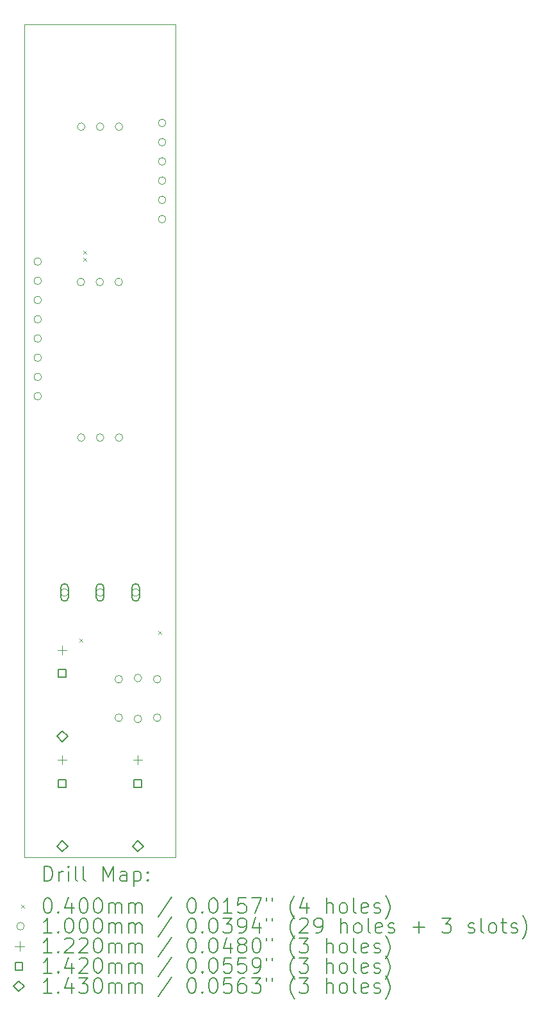
<source format=gbr>
%TF.GenerationSoftware,KiCad,Pcbnew,7.0.7-7.0.7~ubuntu22.04.1*%
%TF.CreationDate,2023-10-11T23:06:47+02:00*%
%TF.ProjectId,RP2040-VCO,52503230-3430-42d5-9643-4f2e6b696361,rev?*%
%TF.SameCoordinates,Original*%
%TF.FileFunction,Drillmap*%
%TF.FilePolarity,Positive*%
%FSLAX45Y45*%
G04 Gerber Fmt 4.5, Leading zero omitted, Abs format (unit mm)*
G04 Created by KiCad (PCBNEW 7.0.7-7.0.7~ubuntu22.04.1) date 2023-10-11 23:06:47*
%MOMM*%
%LPD*%
G01*
G04 APERTURE LIST*
%ADD10C,0.050000*%
%ADD11C,0.200000*%
%ADD12C,0.040000*%
%ADD13C,0.100000*%
%ADD14C,0.122000*%
%ADD15C,0.142000*%
%ADD16C,0.143000*%
G04 APERTURE END LIST*
D10*
X9400000Y-3650000D02*
X9400000Y-14650000D01*
X7400000Y-3650000D02*
X9400000Y-3650000D01*
X7400000Y-3650000D02*
X7400000Y-14650000D01*
X7400000Y-14650000D02*
X9400000Y-14650000D01*
D11*
D12*
X8130000Y-11760000D02*
X8170000Y-11800000D01*
X8170000Y-11760000D02*
X8130000Y-11800000D01*
X8180000Y-6640000D02*
X8220000Y-6680000D01*
X8220000Y-6640000D02*
X8180000Y-6680000D01*
X8180000Y-6730000D02*
X8220000Y-6770000D01*
X8220000Y-6730000D02*
X8180000Y-6770000D01*
X9170000Y-11660000D02*
X9210000Y-11700000D01*
X9210000Y-11660000D02*
X9170000Y-11700000D01*
D13*
X7625000Y-6780000D02*
G75*
G03*
X7625000Y-6780000I-50000J0D01*
G01*
X7625000Y-7034000D02*
G75*
G03*
X7625000Y-7034000I-50000J0D01*
G01*
X7625000Y-7288000D02*
G75*
G03*
X7625000Y-7288000I-50000J0D01*
G01*
X7625000Y-7542000D02*
G75*
G03*
X7625000Y-7542000I-50000J0D01*
G01*
X7625000Y-7796000D02*
G75*
G03*
X7625000Y-7796000I-50000J0D01*
G01*
X7625000Y-8050000D02*
G75*
G03*
X7625000Y-8050000I-50000J0D01*
G01*
X7625000Y-8304000D02*
G75*
G03*
X7625000Y-8304000I-50000J0D01*
G01*
X7625000Y-8558000D02*
G75*
G03*
X7625000Y-8558000I-50000J0D01*
G01*
X7980000Y-11150000D02*
G75*
G03*
X7980000Y-11150000I-50000J0D01*
G01*
D11*
X7980000Y-11215000D02*
X7980000Y-11085000D01*
X7980000Y-11085000D02*
G75*
G03*
X7880000Y-11085000I-50000J0D01*
G01*
X7880000Y-11085000D02*
X7880000Y-11215000D01*
X7880000Y-11215000D02*
G75*
G03*
X7980000Y-11215000I50000J0D01*
G01*
D13*
X8196000Y-7050000D02*
G75*
G03*
X8196000Y-7050000I-50000J0D01*
G01*
X8200000Y-5000000D02*
G75*
G03*
X8200000Y-5000000I-50000J0D01*
G01*
X8200000Y-9105000D02*
G75*
G03*
X8200000Y-9105000I-50000J0D01*
G01*
X8446000Y-7050000D02*
G75*
G03*
X8446000Y-7050000I-50000J0D01*
G01*
X8450000Y-5000000D02*
G75*
G03*
X8450000Y-5000000I-50000J0D01*
G01*
X8450000Y-9105000D02*
G75*
G03*
X8450000Y-9105000I-50000J0D01*
G01*
X8450000Y-11150000D02*
G75*
G03*
X8450000Y-11150000I-50000J0D01*
G01*
D11*
X8450000Y-11215000D02*
X8450000Y-11085000D01*
X8450000Y-11085000D02*
G75*
G03*
X8350000Y-11085000I-50000J0D01*
G01*
X8350000Y-11085000D02*
X8350000Y-11215000D01*
X8350000Y-11215000D02*
G75*
G03*
X8450000Y-11215000I50000J0D01*
G01*
D13*
X8696000Y-7050000D02*
G75*
G03*
X8696000Y-7050000I-50000J0D01*
G01*
X8696000Y-12296000D02*
G75*
G03*
X8696000Y-12296000I-50000J0D01*
G01*
X8696000Y-12804000D02*
G75*
G03*
X8696000Y-12804000I-50000J0D01*
G01*
X8700000Y-5000000D02*
G75*
G03*
X8700000Y-5000000I-50000J0D01*
G01*
X8700000Y-9105000D02*
G75*
G03*
X8700000Y-9105000I-50000J0D01*
G01*
X8920000Y-11150000D02*
G75*
G03*
X8920000Y-11150000I-50000J0D01*
G01*
D11*
X8920000Y-11215000D02*
X8920000Y-11085000D01*
X8920000Y-11085000D02*
G75*
G03*
X8820000Y-11085000I-50000J0D01*
G01*
X8820000Y-11085000D02*
X8820000Y-11215000D01*
X8820000Y-11215000D02*
G75*
G03*
X8920000Y-11215000I50000J0D01*
G01*
D13*
X8950000Y-12280000D02*
G75*
G03*
X8950000Y-12280000I-50000J0D01*
G01*
X8950000Y-12820000D02*
G75*
G03*
X8950000Y-12820000I-50000J0D01*
G01*
X9204000Y-12296000D02*
G75*
G03*
X9204000Y-12296000I-50000J0D01*
G01*
X9204000Y-12804000D02*
G75*
G03*
X9204000Y-12804000I-50000J0D01*
G01*
X9270000Y-4950000D02*
G75*
G03*
X9270000Y-4950000I-50000J0D01*
G01*
X9270000Y-5204000D02*
G75*
G03*
X9270000Y-5204000I-50000J0D01*
G01*
X9270000Y-5458000D02*
G75*
G03*
X9270000Y-5458000I-50000J0D01*
G01*
X9270000Y-5712000D02*
G75*
G03*
X9270000Y-5712000I-50000J0D01*
G01*
X9270000Y-5966000D02*
G75*
G03*
X9270000Y-5966000I-50000J0D01*
G01*
X9270000Y-6220000D02*
G75*
G03*
X9270000Y-6220000I-50000J0D01*
G01*
D14*
X7900000Y-11849000D02*
X7900000Y-11971000D01*
X7839000Y-11910000D02*
X7961000Y-11910000D01*
X7900000Y-13299000D02*
X7900000Y-13421000D01*
X7839000Y-13360000D02*
X7961000Y-13360000D01*
X8900000Y-13299000D02*
X8900000Y-13421000D01*
X8839000Y-13360000D02*
X8961000Y-13360000D01*
D15*
X7950205Y-12270205D02*
X7950205Y-12169795D01*
X7849795Y-12169795D01*
X7849795Y-12270205D01*
X7950205Y-12270205D01*
X7950205Y-13720205D02*
X7950205Y-13619795D01*
X7849795Y-13619795D01*
X7849795Y-13720205D01*
X7950205Y-13720205D01*
X8950205Y-13720205D02*
X8950205Y-13619795D01*
X8849795Y-13619795D01*
X8849795Y-13720205D01*
X8950205Y-13720205D01*
D16*
X7900000Y-13121500D02*
X7971500Y-13050000D01*
X7900000Y-12978500D01*
X7828500Y-13050000D01*
X7900000Y-13121500D01*
X7900000Y-14571500D02*
X7971500Y-14500000D01*
X7900000Y-14428500D01*
X7828500Y-14500000D01*
X7900000Y-14571500D01*
X8900000Y-14571500D02*
X8971500Y-14500000D01*
X8900000Y-14428500D01*
X8828500Y-14500000D01*
X8900000Y-14571500D01*
D11*
X7658277Y-14963984D02*
X7658277Y-14763984D01*
X7658277Y-14763984D02*
X7705896Y-14763984D01*
X7705896Y-14763984D02*
X7734467Y-14773508D01*
X7734467Y-14773508D02*
X7753515Y-14792555D01*
X7753515Y-14792555D02*
X7763039Y-14811603D01*
X7763039Y-14811603D02*
X7772562Y-14849698D01*
X7772562Y-14849698D02*
X7772562Y-14878269D01*
X7772562Y-14878269D02*
X7763039Y-14916365D01*
X7763039Y-14916365D02*
X7753515Y-14935412D01*
X7753515Y-14935412D02*
X7734467Y-14954460D01*
X7734467Y-14954460D02*
X7705896Y-14963984D01*
X7705896Y-14963984D02*
X7658277Y-14963984D01*
X7858277Y-14963984D02*
X7858277Y-14830650D01*
X7858277Y-14868746D02*
X7867801Y-14849698D01*
X7867801Y-14849698D02*
X7877324Y-14840174D01*
X7877324Y-14840174D02*
X7896372Y-14830650D01*
X7896372Y-14830650D02*
X7915420Y-14830650D01*
X7982086Y-14963984D02*
X7982086Y-14830650D01*
X7982086Y-14763984D02*
X7972562Y-14773508D01*
X7972562Y-14773508D02*
X7982086Y-14783031D01*
X7982086Y-14783031D02*
X7991610Y-14773508D01*
X7991610Y-14773508D02*
X7982086Y-14763984D01*
X7982086Y-14763984D02*
X7982086Y-14783031D01*
X8105896Y-14963984D02*
X8086848Y-14954460D01*
X8086848Y-14954460D02*
X8077324Y-14935412D01*
X8077324Y-14935412D02*
X8077324Y-14763984D01*
X8210658Y-14963984D02*
X8191610Y-14954460D01*
X8191610Y-14954460D02*
X8182086Y-14935412D01*
X8182086Y-14935412D02*
X8182086Y-14763984D01*
X8439229Y-14963984D02*
X8439229Y-14763984D01*
X8439229Y-14763984D02*
X8505896Y-14906841D01*
X8505896Y-14906841D02*
X8572563Y-14763984D01*
X8572563Y-14763984D02*
X8572563Y-14963984D01*
X8753515Y-14963984D02*
X8753515Y-14859222D01*
X8753515Y-14859222D02*
X8743991Y-14840174D01*
X8743991Y-14840174D02*
X8724944Y-14830650D01*
X8724944Y-14830650D02*
X8686848Y-14830650D01*
X8686848Y-14830650D02*
X8667801Y-14840174D01*
X8753515Y-14954460D02*
X8734467Y-14963984D01*
X8734467Y-14963984D02*
X8686848Y-14963984D01*
X8686848Y-14963984D02*
X8667801Y-14954460D01*
X8667801Y-14954460D02*
X8658277Y-14935412D01*
X8658277Y-14935412D02*
X8658277Y-14916365D01*
X8658277Y-14916365D02*
X8667801Y-14897317D01*
X8667801Y-14897317D02*
X8686848Y-14887793D01*
X8686848Y-14887793D02*
X8734467Y-14887793D01*
X8734467Y-14887793D02*
X8753515Y-14878269D01*
X8848753Y-14830650D02*
X8848753Y-15030650D01*
X8848753Y-14840174D02*
X8867801Y-14830650D01*
X8867801Y-14830650D02*
X8905896Y-14830650D01*
X8905896Y-14830650D02*
X8924944Y-14840174D01*
X8924944Y-14840174D02*
X8934467Y-14849698D01*
X8934467Y-14849698D02*
X8943991Y-14868746D01*
X8943991Y-14868746D02*
X8943991Y-14925888D01*
X8943991Y-14925888D02*
X8934467Y-14944936D01*
X8934467Y-14944936D02*
X8924944Y-14954460D01*
X8924944Y-14954460D02*
X8905896Y-14963984D01*
X8905896Y-14963984D02*
X8867801Y-14963984D01*
X8867801Y-14963984D02*
X8848753Y-14954460D01*
X9029705Y-14944936D02*
X9039229Y-14954460D01*
X9039229Y-14954460D02*
X9029705Y-14963984D01*
X9029705Y-14963984D02*
X9020182Y-14954460D01*
X9020182Y-14954460D02*
X9029705Y-14944936D01*
X9029705Y-14944936D02*
X9029705Y-14963984D01*
X9029705Y-14840174D02*
X9039229Y-14849698D01*
X9039229Y-14849698D02*
X9029705Y-14859222D01*
X9029705Y-14859222D02*
X9020182Y-14849698D01*
X9020182Y-14849698D02*
X9029705Y-14840174D01*
X9029705Y-14840174D02*
X9029705Y-14859222D01*
D12*
X7357500Y-15272500D02*
X7397500Y-15312500D01*
X7397500Y-15272500D02*
X7357500Y-15312500D01*
D11*
X7696372Y-15183984D02*
X7715420Y-15183984D01*
X7715420Y-15183984D02*
X7734467Y-15193508D01*
X7734467Y-15193508D02*
X7743991Y-15203031D01*
X7743991Y-15203031D02*
X7753515Y-15222079D01*
X7753515Y-15222079D02*
X7763039Y-15260174D01*
X7763039Y-15260174D02*
X7763039Y-15307793D01*
X7763039Y-15307793D02*
X7753515Y-15345888D01*
X7753515Y-15345888D02*
X7743991Y-15364936D01*
X7743991Y-15364936D02*
X7734467Y-15374460D01*
X7734467Y-15374460D02*
X7715420Y-15383984D01*
X7715420Y-15383984D02*
X7696372Y-15383984D01*
X7696372Y-15383984D02*
X7677324Y-15374460D01*
X7677324Y-15374460D02*
X7667801Y-15364936D01*
X7667801Y-15364936D02*
X7658277Y-15345888D01*
X7658277Y-15345888D02*
X7648753Y-15307793D01*
X7648753Y-15307793D02*
X7648753Y-15260174D01*
X7648753Y-15260174D02*
X7658277Y-15222079D01*
X7658277Y-15222079D02*
X7667801Y-15203031D01*
X7667801Y-15203031D02*
X7677324Y-15193508D01*
X7677324Y-15193508D02*
X7696372Y-15183984D01*
X7848753Y-15364936D02*
X7858277Y-15374460D01*
X7858277Y-15374460D02*
X7848753Y-15383984D01*
X7848753Y-15383984D02*
X7839229Y-15374460D01*
X7839229Y-15374460D02*
X7848753Y-15364936D01*
X7848753Y-15364936D02*
X7848753Y-15383984D01*
X8029705Y-15250650D02*
X8029705Y-15383984D01*
X7982086Y-15174460D02*
X7934467Y-15317317D01*
X7934467Y-15317317D02*
X8058277Y-15317317D01*
X8172562Y-15183984D02*
X8191610Y-15183984D01*
X8191610Y-15183984D02*
X8210658Y-15193508D01*
X8210658Y-15193508D02*
X8220182Y-15203031D01*
X8220182Y-15203031D02*
X8229705Y-15222079D01*
X8229705Y-15222079D02*
X8239229Y-15260174D01*
X8239229Y-15260174D02*
X8239229Y-15307793D01*
X8239229Y-15307793D02*
X8229705Y-15345888D01*
X8229705Y-15345888D02*
X8220182Y-15364936D01*
X8220182Y-15364936D02*
X8210658Y-15374460D01*
X8210658Y-15374460D02*
X8191610Y-15383984D01*
X8191610Y-15383984D02*
X8172562Y-15383984D01*
X8172562Y-15383984D02*
X8153515Y-15374460D01*
X8153515Y-15374460D02*
X8143991Y-15364936D01*
X8143991Y-15364936D02*
X8134467Y-15345888D01*
X8134467Y-15345888D02*
X8124943Y-15307793D01*
X8124943Y-15307793D02*
X8124943Y-15260174D01*
X8124943Y-15260174D02*
X8134467Y-15222079D01*
X8134467Y-15222079D02*
X8143991Y-15203031D01*
X8143991Y-15203031D02*
X8153515Y-15193508D01*
X8153515Y-15193508D02*
X8172562Y-15183984D01*
X8363039Y-15183984D02*
X8382086Y-15183984D01*
X8382086Y-15183984D02*
X8401134Y-15193508D01*
X8401134Y-15193508D02*
X8410658Y-15203031D01*
X8410658Y-15203031D02*
X8420182Y-15222079D01*
X8420182Y-15222079D02*
X8429705Y-15260174D01*
X8429705Y-15260174D02*
X8429705Y-15307793D01*
X8429705Y-15307793D02*
X8420182Y-15345888D01*
X8420182Y-15345888D02*
X8410658Y-15364936D01*
X8410658Y-15364936D02*
X8401134Y-15374460D01*
X8401134Y-15374460D02*
X8382086Y-15383984D01*
X8382086Y-15383984D02*
X8363039Y-15383984D01*
X8363039Y-15383984D02*
X8343991Y-15374460D01*
X8343991Y-15374460D02*
X8334467Y-15364936D01*
X8334467Y-15364936D02*
X8324943Y-15345888D01*
X8324943Y-15345888D02*
X8315420Y-15307793D01*
X8315420Y-15307793D02*
X8315420Y-15260174D01*
X8315420Y-15260174D02*
X8324943Y-15222079D01*
X8324943Y-15222079D02*
X8334467Y-15203031D01*
X8334467Y-15203031D02*
X8343991Y-15193508D01*
X8343991Y-15193508D02*
X8363039Y-15183984D01*
X8515420Y-15383984D02*
X8515420Y-15250650D01*
X8515420Y-15269698D02*
X8524944Y-15260174D01*
X8524944Y-15260174D02*
X8543991Y-15250650D01*
X8543991Y-15250650D02*
X8572563Y-15250650D01*
X8572563Y-15250650D02*
X8591610Y-15260174D01*
X8591610Y-15260174D02*
X8601134Y-15279222D01*
X8601134Y-15279222D02*
X8601134Y-15383984D01*
X8601134Y-15279222D02*
X8610658Y-15260174D01*
X8610658Y-15260174D02*
X8629705Y-15250650D01*
X8629705Y-15250650D02*
X8658277Y-15250650D01*
X8658277Y-15250650D02*
X8677325Y-15260174D01*
X8677325Y-15260174D02*
X8686848Y-15279222D01*
X8686848Y-15279222D02*
X8686848Y-15383984D01*
X8782086Y-15383984D02*
X8782086Y-15250650D01*
X8782086Y-15269698D02*
X8791610Y-15260174D01*
X8791610Y-15260174D02*
X8810658Y-15250650D01*
X8810658Y-15250650D02*
X8839229Y-15250650D01*
X8839229Y-15250650D02*
X8858277Y-15260174D01*
X8858277Y-15260174D02*
X8867801Y-15279222D01*
X8867801Y-15279222D02*
X8867801Y-15383984D01*
X8867801Y-15279222D02*
X8877325Y-15260174D01*
X8877325Y-15260174D02*
X8896372Y-15250650D01*
X8896372Y-15250650D02*
X8924944Y-15250650D01*
X8924944Y-15250650D02*
X8943991Y-15260174D01*
X8943991Y-15260174D02*
X8953515Y-15279222D01*
X8953515Y-15279222D02*
X8953515Y-15383984D01*
X9343991Y-15174460D02*
X9172563Y-15431603D01*
X9601134Y-15183984D02*
X9620182Y-15183984D01*
X9620182Y-15183984D02*
X9639229Y-15193508D01*
X9639229Y-15193508D02*
X9648753Y-15203031D01*
X9648753Y-15203031D02*
X9658277Y-15222079D01*
X9658277Y-15222079D02*
X9667801Y-15260174D01*
X9667801Y-15260174D02*
X9667801Y-15307793D01*
X9667801Y-15307793D02*
X9658277Y-15345888D01*
X9658277Y-15345888D02*
X9648753Y-15364936D01*
X9648753Y-15364936D02*
X9639229Y-15374460D01*
X9639229Y-15374460D02*
X9620182Y-15383984D01*
X9620182Y-15383984D02*
X9601134Y-15383984D01*
X9601134Y-15383984D02*
X9582087Y-15374460D01*
X9582087Y-15374460D02*
X9572563Y-15364936D01*
X9572563Y-15364936D02*
X9563039Y-15345888D01*
X9563039Y-15345888D02*
X9553515Y-15307793D01*
X9553515Y-15307793D02*
X9553515Y-15260174D01*
X9553515Y-15260174D02*
X9563039Y-15222079D01*
X9563039Y-15222079D02*
X9572563Y-15203031D01*
X9572563Y-15203031D02*
X9582087Y-15193508D01*
X9582087Y-15193508D02*
X9601134Y-15183984D01*
X9753515Y-15364936D02*
X9763039Y-15374460D01*
X9763039Y-15374460D02*
X9753515Y-15383984D01*
X9753515Y-15383984D02*
X9743991Y-15374460D01*
X9743991Y-15374460D02*
X9753515Y-15364936D01*
X9753515Y-15364936D02*
X9753515Y-15383984D01*
X9886848Y-15183984D02*
X9905896Y-15183984D01*
X9905896Y-15183984D02*
X9924944Y-15193508D01*
X9924944Y-15193508D02*
X9934468Y-15203031D01*
X9934468Y-15203031D02*
X9943991Y-15222079D01*
X9943991Y-15222079D02*
X9953515Y-15260174D01*
X9953515Y-15260174D02*
X9953515Y-15307793D01*
X9953515Y-15307793D02*
X9943991Y-15345888D01*
X9943991Y-15345888D02*
X9934468Y-15364936D01*
X9934468Y-15364936D02*
X9924944Y-15374460D01*
X9924944Y-15374460D02*
X9905896Y-15383984D01*
X9905896Y-15383984D02*
X9886848Y-15383984D01*
X9886848Y-15383984D02*
X9867801Y-15374460D01*
X9867801Y-15374460D02*
X9858277Y-15364936D01*
X9858277Y-15364936D02*
X9848753Y-15345888D01*
X9848753Y-15345888D02*
X9839229Y-15307793D01*
X9839229Y-15307793D02*
X9839229Y-15260174D01*
X9839229Y-15260174D02*
X9848753Y-15222079D01*
X9848753Y-15222079D02*
X9858277Y-15203031D01*
X9858277Y-15203031D02*
X9867801Y-15193508D01*
X9867801Y-15193508D02*
X9886848Y-15183984D01*
X10143991Y-15383984D02*
X10029706Y-15383984D01*
X10086848Y-15383984D02*
X10086848Y-15183984D01*
X10086848Y-15183984D02*
X10067801Y-15212555D01*
X10067801Y-15212555D02*
X10048753Y-15231603D01*
X10048753Y-15231603D02*
X10029706Y-15241127D01*
X10324944Y-15183984D02*
X10229706Y-15183984D01*
X10229706Y-15183984D02*
X10220182Y-15279222D01*
X10220182Y-15279222D02*
X10229706Y-15269698D01*
X10229706Y-15269698D02*
X10248753Y-15260174D01*
X10248753Y-15260174D02*
X10296372Y-15260174D01*
X10296372Y-15260174D02*
X10315420Y-15269698D01*
X10315420Y-15269698D02*
X10324944Y-15279222D01*
X10324944Y-15279222D02*
X10334468Y-15298269D01*
X10334468Y-15298269D02*
X10334468Y-15345888D01*
X10334468Y-15345888D02*
X10324944Y-15364936D01*
X10324944Y-15364936D02*
X10315420Y-15374460D01*
X10315420Y-15374460D02*
X10296372Y-15383984D01*
X10296372Y-15383984D02*
X10248753Y-15383984D01*
X10248753Y-15383984D02*
X10229706Y-15374460D01*
X10229706Y-15374460D02*
X10220182Y-15364936D01*
X10401134Y-15183984D02*
X10534468Y-15183984D01*
X10534468Y-15183984D02*
X10448753Y-15383984D01*
X10601134Y-15183984D02*
X10601134Y-15222079D01*
X10677325Y-15183984D02*
X10677325Y-15222079D01*
X10972563Y-15460174D02*
X10963039Y-15450650D01*
X10963039Y-15450650D02*
X10943991Y-15422079D01*
X10943991Y-15422079D02*
X10934468Y-15403031D01*
X10934468Y-15403031D02*
X10924944Y-15374460D01*
X10924944Y-15374460D02*
X10915420Y-15326841D01*
X10915420Y-15326841D02*
X10915420Y-15288746D01*
X10915420Y-15288746D02*
X10924944Y-15241127D01*
X10924944Y-15241127D02*
X10934468Y-15212555D01*
X10934468Y-15212555D02*
X10943991Y-15193508D01*
X10943991Y-15193508D02*
X10963039Y-15164936D01*
X10963039Y-15164936D02*
X10972563Y-15155412D01*
X11134468Y-15250650D02*
X11134468Y-15383984D01*
X11086849Y-15174460D02*
X11039230Y-15317317D01*
X11039230Y-15317317D02*
X11163039Y-15317317D01*
X11391610Y-15383984D02*
X11391610Y-15183984D01*
X11477325Y-15383984D02*
X11477325Y-15279222D01*
X11477325Y-15279222D02*
X11467801Y-15260174D01*
X11467801Y-15260174D02*
X11448753Y-15250650D01*
X11448753Y-15250650D02*
X11420182Y-15250650D01*
X11420182Y-15250650D02*
X11401134Y-15260174D01*
X11401134Y-15260174D02*
X11391610Y-15269698D01*
X11601134Y-15383984D02*
X11582087Y-15374460D01*
X11582087Y-15374460D02*
X11572563Y-15364936D01*
X11572563Y-15364936D02*
X11563039Y-15345888D01*
X11563039Y-15345888D02*
X11563039Y-15288746D01*
X11563039Y-15288746D02*
X11572563Y-15269698D01*
X11572563Y-15269698D02*
X11582087Y-15260174D01*
X11582087Y-15260174D02*
X11601134Y-15250650D01*
X11601134Y-15250650D02*
X11629706Y-15250650D01*
X11629706Y-15250650D02*
X11648753Y-15260174D01*
X11648753Y-15260174D02*
X11658277Y-15269698D01*
X11658277Y-15269698D02*
X11667801Y-15288746D01*
X11667801Y-15288746D02*
X11667801Y-15345888D01*
X11667801Y-15345888D02*
X11658277Y-15364936D01*
X11658277Y-15364936D02*
X11648753Y-15374460D01*
X11648753Y-15374460D02*
X11629706Y-15383984D01*
X11629706Y-15383984D02*
X11601134Y-15383984D01*
X11782087Y-15383984D02*
X11763039Y-15374460D01*
X11763039Y-15374460D02*
X11753515Y-15355412D01*
X11753515Y-15355412D02*
X11753515Y-15183984D01*
X11934468Y-15374460D02*
X11915420Y-15383984D01*
X11915420Y-15383984D02*
X11877325Y-15383984D01*
X11877325Y-15383984D02*
X11858277Y-15374460D01*
X11858277Y-15374460D02*
X11848753Y-15355412D01*
X11848753Y-15355412D02*
X11848753Y-15279222D01*
X11848753Y-15279222D02*
X11858277Y-15260174D01*
X11858277Y-15260174D02*
X11877325Y-15250650D01*
X11877325Y-15250650D02*
X11915420Y-15250650D01*
X11915420Y-15250650D02*
X11934468Y-15260174D01*
X11934468Y-15260174D02*
X11943991Y-15279222D01*
X11943991Y-15279222D02*
X11943991Y-15298269D01*
X11943991Y-15298269D02*
X11848753Y-15317317D01*
X12020182Y-15374460D02*
X12039230Y-15383984D01*
X12039230Y-15383984D02*
X12077325Y-15383984D01*
X12077325Y-15383984D02*
X12096372Y-15374460D01*
X12096372Y-15374460D02*
X12105896Y-15355412D01*
X12105896Y-15355412D02*
X12105896Y-15345888D01*
X12105896Y-15345888D02*
X12096372Y-15326841D01*
X12096372Y-15326841D02*
X12077325Y-15317317D01*
X12077325Y-15317317D02*
X12048753Y-15317317D01*
X12048753Y-15317317D02*
X12029706Y-15307793D01*
X12029706Y-15307793D02*
X12020182Y-15288746D01*
X12020182Y-15288746D02*
X12020182Y-15279222D01*
X12020182Y-15279222D02*
X12029706Y-15260174D01*
X12029706Y-15260174D02*
X12048753Y-15250650D01*
X12048753Y-15250650D02*
X12077325Y-15250650D01*
X12077325Y-15250650D02*
X12096372Y-15260174D01*
X12172563Y-15460174D02*
X12182087Y-15450650D01*
X12182087Y-15450650D02*
X12201134Y-15422079D01*
X12201134Y-15422079D02*
X12210658Y-15403031D01*
X12210658Y-15403031D02*
X12220182Y-15374460D01*
X12220182Y-15374460D02*
X12229706Y-15326841D01*
X12229706Y-15326841D02*
X12229706Y-15288746D01*
X12229706Y-15288746D02*
X12220182Y-15241127D01*
X12220182Y-15241127D02*
X12210658Y-15212555D01*
X12210658Y-15212555D02*
X12201134Y-15193508D01*
X12201134Y-15193508D02*
X12182087Y-15164936D01*
X12182087Y-15164936D02*
X12172563Y-15155412D01*
D13*
X7397500Y-15556500D02*
G75*
G03*
X7397500Y-15556500I-50000J0D01*
G01*
D11*
X7763039Y-15647984D02*
X7648753Y-15647984D01*
X7705896Y-15647984D02*
X7705896Y-15447984D01*
X7705896Y-15447984D02*
X7686848Y-15476555D01*
X7686848Y-15476555D02*
X7667801Y-15495603D01*
X7667801Y-15495603D02*
X7648753Y-15505127D01*
X7848753Y-15628936D02*
X7858277Y-15638460D01*
X7858277Y-15638460D02*
X7848753Y-15647984D01*
X7848753Y-15647984D02*
X7839229Y-15638460D01*
X7839229Y-15638460D02*
X7848753Y-15628936D01*
X7848753Y-15628936D02*
X7848753Y-15647984D01*
X7982086Y-15447984D02*
X8001134Y-15447984D01*
X8001134Y-15447984D02*
X8020182Y-15457508D01*
X8020182Y-15457508D02*
X8029705Y-15467031D01*
X8029705Y-15467031D02*
X8039229Y-15486079D01*
X8039229Y-15486079D02*
X8048753Y-15524174D01*
X8048753Y-15524174D02*
X8048753Y-15571793D01*
X8048753Y-15571793D02*
X8039229Y-15609888D01*
X8039229Y-15609888D02*
X8029705Y-15628936D01*
X8029705Y-15628936D02*
X8020182Y-15638460D01*
X8020182Y-15638460D02*
X8001134Y-15647984D01*
X8001134Y-15647984D02*
X7982086Y-15647984D01*
X7982086Y-15647984D02*
X7963039Y-15638460D01*
X7963039Y-15638460D02*
X7953515Y-15628936D01*
X7953515Y-15628936D02*
X7943991Y-15609888D01*
X7943991Y-15609888D02*
X7934467Y-15571793D01*
X7934467Y-15571793D02*
X7934467Y-15524174D01*
X7934467Y-15524174D02*
X7943991Y-15486079D01*
X7943991Y-15486079D02*
X7953515Y-15467031D01*
X7953515Y-15467031D02*
X7963039Y-15457508D01*
X7963039Y-15457508D02*
X7982086Y-15447984D01*
X8172562Y-15447984D02*
X8191610Y-15447984D01*
X8191610Y-15447984D02*
X8210658Y-15457508D01*
X8210658Y-15457508D02*
X8220182Y-15467031D01*
X8220182Y-15467031D02*
X8229705Y-15486079D01*
X8229705Y-15486079D02*
X8239229Y-15524174D01*
X8239229Y-15524174D02*
X8239229Y-15571793D01*
X8239229Y-15571793D02*
X8229705Y-15609888D01*
X8229705Y-15609888D02*
X8220182Y-15628936D01*
X8220182Y-15628936D02*
X8210658Y-15638460D01*
X8210658Y-15638460D02*
X8191610Y-15647984D01*
X8191610Y-15647984D02*
X8172562Y-15647984D01*
X8172562Y-15647984D02*
X8153515Y-15638460D01*
X8153515Y-15638460D02*
X8143991Y-15628936D01*
X8143991Y-15628936D02*
X8134467Y-15609888D01*
X8134467Y-15609888D02*
X8124943Y-15571793D01*
X8124943Y-15571793D02*
X8124943Y-15524174D01*
X8124943Y-15524174D02*
X8134467Y-15486079D01*
X8134467Y-15486079D02*
X8143991Y-15467031D01*
X8143991Y-15467031D02*
X8153515Y-15457508D01*
X8153515Y-15457508D02*
X8172562Y-15447984D01*
X8363039Y-15447984D02*
X8382086Y-15447984D01*
X8382086Y-15447984D02*
X8401134Y-15457508D01*
X8401134Y-15457508D02*
X8410658Y-15467031D01*
X8410658Y-15467031D02*
X8420182Y-15486079D01*
X8420182Y-15486079D02*
X8429705Y-15524174D01*
X8429705Y-15524174D02*
X8429705Y-15571793D01*
X8429705Y-15571793D02*
X8420182Y-15609888D01*
X8420182Y-15609888D02*
X8410658Y-15628936D01*
X8410658Y-15628936D02*
X8401134Y-15638460D01*
X8401134Y-15638460D02*
X8382086Y-15647984D01*
X8382086Y-15647984D02*
X8363039Y-15647984D01*
X8363039Y-15647984D02*
X8343991Y-15638460D01*
X8343991Y-15638460D02*
X8334467Y-15628936D01*
X8334467Y-15628936D02*
X8324943Y-15609888D01*
X8324943Y-15609888D02*
X8315420Y-15571793D01*
X8315420Y-15571793D02*
X8315420Y-15524174D01*
X8315420Y-15524174D02*
X8324943Y-15486079D01*
X8324943Y-15486079D02*
X8334467Y-15467031D01*
X8334467Y-15467031D02*
X8343991Y-15457508D01*
X8343991Y-15457508D02*
X8363039Y-15447984D01*
X8515420Y-15647984D02*
X8515420Y-15514650D01*
X8515420Y-15533698D02*
X8524944Y-15524174D01*
X8524944Y-15524174D02*
X8543991Y-15514650D01*
X8543991Y-15514650D02*
X8572563Y-15514650D01*
X8572563Y-15514650D02*
X8591610Y-15524174D01*
X8591610Y-15524174D02*
X8601134Y-15543222D01*
X8601134Y-15543222D02*
X8601134Y-15647984D01*
X8601134Y-15543222D02*
X8610658Y-15524174D01*
X8610658Y-15524174D02*
X8629705Y-15514650D01*
X8629705Y-15514650D02*
X8658277Y-15514650D01*
X8658277Y-15514650D02*
X8677325Y-15524174D01*
X8677325Y-15524174D02*
X8686848Y-15543222D01*
X8686848Y-15543222D02*
X8686848Y-15647984D01*
X8782086Y-15647984D02*
X8782086Y-15514650D01*
X8782086Y-15533698D02*
X8791610Y-15524174D01*
X8791610Y-15524174D02*
X8810658Y-15514650D01*
X8810658Y-15514650D02*
X8839229Y-15514650D01*
X8839229Y-15514650D02*
X8858277Y-15524174D01*
X8858277Y-15524174D02*
X8867801Y-15543222D01*
X8867801Y-15543222D02*
X8867801Y-15647984D01*
X8867801Y-15543222D02*
X8877325Y-15524174D01*
X8877325Y-15524174D02*
X8896372Y-15514650D01*
X8896372Y-15514650D02*
X8924944Y-15514650D01*
X8924944Y-15514650D02*
X8943991Y-15524174D01*
X8943991Y-15524174D02*
X8953515Y-15543222D01*
X8953515Y-15543222D02*
X8953515Y-15647984D01*
X9343991Y-15438460D02*
X9172563Y-15695603D01*
X9601134Y-15447984D02*
X9620182Y-15447984D01*
X9620182Y-15447984D02*
X9639229Y-15457508D01*
X9639229Y-15457508D02*
X9648753Y-15467031D01*
X9648753Y-15467031D02*
X9658277Y-15486079D01*
X9658277Y-15486079D02*
X9667801Y-15524174D01*
X9667801Y-15524174D02*
X9667801Y-15571793D01*
X9667801Y-15571793D02*
X9658277Y-15609888D01*
X9658277Y-15609888D02*
X9648753Y-15628936D01*
X9648753Y-15628936D02*
X9639229Y-15638460D01*
X9639229Y-15638460D02*
X9620182Y-15647984D01*
X9620182Y-15647984D02*
X9601134Y-15647984D01*
X9601134Y-15647984D02*
X9582087Y-15638460D01*
X9582087Y-15638460D02*
X9572563Y-15628936D01*
X9572563Y-15628936D02*
X9563039Y-15609888D01*
X9563039Y-15609888D02*
X9553515Y-15571793D01*
X9553515Y-15571793D02*
X9553515Y-15524174D01*
X9553515Y-15524174D02*
X9563039Y-15486079D01*
X9563039Y-15486079D02*
X9572563Y-15467031D01*
X9572563Y-15467031D02*
X9582087Y-15457508D01*
X9582087Y-15457508D02*
X9601134Y-15447984D01*
X9753515Y-15628936D02*
X9763039Y-15638460D01*
X9763039Y-15638460D02*
X9753515Y-15647984D01*
X9753515Y-15647984D02*
X9743991Y-15638460D01*
X9743991Y-15638460D02*
X9753515Y-15628936D01*
X9753515Y-15628936D02*
X9753515Y-15647984D01*
X9886848Y-15447984D02*
X9905896Y-15447984D01*
X9905896Y-15447984D02*
X9924944Y-15457508D01*
X9924944Y-15457508D02*
X9934468Y-15467031D01*
X9934468Y-15467031D02*
X9943991Y-15486079D01*
X9943991Y-15486079D02*
X9953515Y-15524174D01*
X9953515Y-15524174D02*
X9953515Y-15571793D01*
X9953515Y-15571793D02*
X9943991Y-15609888D01*
X9943991Y-15609888D02*
X9934468Y-15628936D01*
X9934468Y-15628936D02*
X9924944Y-15638460D01*
X9924944Y-15638460D02*
X9905896Y-15647984D01*
X9905896Y-15647984D02*
X9886848Y-15647984D01*
X9886848Y-15647984D02*
X9867801Y-15638460D01*
X9867801Y-15638460D02*
X9858277Y-15628936D01*
X9858277Y-15628936D02*
X9848753Y-15609888D01*
X9848753Y-15609888D02*
X9839229Y-15571793D01*
X9839229Y-15571793D02*
X9839229Y-15524174D01*
X9839229Y-15524174D02*
X9848753Y-15486079D01*
X9848753Y-15486079D02*
X9858277Y-15467031D01*
X9858277Y-15467031D02*
X9867801Y-15457508D01*
X9867801Y-15457508D02*
X9886848Y-15447984D01*
X10020182Y-15447984D02*
X10143991Y-15447984D01*
X10143991Y-15447984D02*
X10077325Y-15524174D01*
X10077325Y-15524174D02*
X10105896Y-15524174D01*
X10105896Y-15524174D02*
X10124944Y-15533698D01*
X10124944Y-15533698D02*
X10134468Y-15543222D01*
X10134468Y-15543222D02*
X10143991Y-15562269D01*
X10143991Y-15562269D02*
X10143991Y-15609888D01*
X10143991Y-15609888D02*
X10134468Y-15628936D01*
X10134468Y-15628936D02*
X10124944Y-15638460D01*
X10124944Y-15638460D02*
X10105896Y-15647984D01*
X10105896Y-15647984D02*
X10048753Y-15647984D01*
X10048753Y-15647984D02*
X10029706Y-15638460D01*
X10029706Y-15638460D02*
X10020182Y-15628936D01*
X10239229Y-15647984D02*
X10277325Y-15647984D01*
X10277325Y-15647984D02*
X10296372Y-15638460D01*
X10296372Y-15638460D02*
X10305896Y-15628936D01*
X10305896Y-15628936D02*
X10324944Y-15600365D01*
X10324944Y-15600365D02*
X10334468Y-15562269D01*
X10334468Y-15562269D02*
X10334468Y-15486079D01*
X10334468Y-15486079D02*
X10324944Y-15467031D01*
X10324944Y-15467031D02*
X10315420Y-15457508D01*
X10315420Y-15457508D02*
X10296372Y-15447984D01*
X10296372Y-15447984D02*
X10258277Y-15447984D01*
X10258277Y-15447984D02*
X10239229Y-15457508D01*
X10239229Y-15457508D02*
X10229706Y-15467031D01*
X10229706Y-15467031D02*
X10220182Y-15486079D01*
X10220182Y-15486079D02*
X10220182Y-15533698D01*
X10220182Y-15533698D02*
X10229706Y-15552746D01*
X10229706Y-15552746D02*
X10239229Y-15562269D01*
X10239229Y-15562269D02*
X10258277Y-15571793D01*
X10258277Y-15571793D02*
X10296372Y-15571793D01*
X10296372Y-15571793D02*
X10315420Y-15562269D01*
X10315420Y-15562269D02*
X10324944Y-15552746D01*
X10324944Y-15552746D02*
X10334468Y-15533698D01*
X10505896Y-15514650D02*
X10505896Y-15647984D01*
X10458277Y-15438460D02*
X10410658Y-15581317D01*
X10410658Y-15581317D02*
X10534468Y-15581317D01*
X10601134Y-15447984D02*
X10601134Y-15486079D01*
X10677325Y-15447984D02*
X10677325Y-15486079D01*
X10972563Y-15724174D02*
X10963039Y-15714650D01*
X10963039Y-15714650D02*
X10943991Y-15686079D01*
X10943991Y-15686079D02*
X10934468Y-15667031D01*
X10934468Y-15667031D02*
X10924944Y-15638460D01*
X10924944Y-15638460D02*
X10915420Y-15590841D01*
X10915420Y-15590841D02*
X10915420Y-15552746D01*
X10915420Y-15552746D02*
X10924944Y-15505127D01*
X10924944Y-15505127D02*
X10934468Y-15476555D01*
X10934468Y-15476555D02*
X10943991Y-15457508D01*
X10943991Y-15457508D02*
X10963039Y-15428936D01*
X10963039Y-15428936D02*
X10972563Y-15419412D01*
X11039230Y-15467031D02*
X11048753Y-15457508D01*
X11048753Y-15457508D02*
X11067801Y-15447984D01*
X11067801Y-15447984D02*
X11115420Y-15447984D01*
X11115420Y-15447984D02*
X11134468Y-15457508D01*
X11134468Y-15457508D02*
X11143991Y-15467031D01*
X11143991Y-15467031D02*
X11153515Y-15486079D01*
X11153515Y-15486079D02*
X11153515Y-15505127D01*
X11153515Y-15505127D02*
X11143991Y-15533698D01*
X11143991Y-15533698D02*
X11029706Y-15647984D01*
X11029706Y-15647984D02*
X11153515Y-15647984D01*
X11248753Y-15647984D02*
X11286848Y-15647984D01*
X11286848Y-15647984D02*
X11305896Y-15638460D01*
X11305896Y-15638460D02*
X11315420Y-15628936D01*
X11315420Y-15628936D02*
X11334468Y-15600365D01*
X11334468Y-15600365D02*
X11343991Y-15562269D01*
X11343991Y-15562269D02*
X11343991Y-15486079D01*
X11343991Y-15486079D02*
X11334468Y-15467031D01*
X11334468Y-15467031D02*
X11324944Y-15457508D01*
X11324944Y-15457508D02*
X11305896Y-15447984D01*
X11305896Y-15447984D02*
X11267801Y-15447984D01*
X11267801Y-15447984D02*
X11248753Y-15457508D01*
X11248753Y-15457508D02*
X11239229Y-15467031D01*
X11239229Y-15467031D02*
X11229706Y-15486079D01*
X11229706Y-15486079D02*
X11229706Y-15533698D01*
X11229706Y-15533698D02*
X11239229Y-15552746D01*
X11239229Y-15552746D02*
X11248753Y-15562269D01*
X11248753Y-15562269D02*
X11267801Y-15571793D01*
X11267801Y-15571793D02*
X11305896Y-15571793D01*
X11305896Y-15571793D02*
X11324944Y-15562269D01*
X11324944Y-15562269D02*
X11334468Y-15552746D01*
X11334468Y-15552746D02*
X11343991Y-15533698D01*
X11582087Y-15647984D02*
X11582087Y-15447984D01*
X11667801Y-15647984D02*
X11667801Y-15543222D01*
X11667801Y-15543222D02*
X11658277Y-15524174D01*
X11658277Y-15524174D02*
X11639230Y-15514650D01*
X11639230Y-15514650D02*
X11610658Y-15514650D01*
X11610658Y-15514650D02*
X11591610Y-15524174D01*
X11591610Y-15524174D02*
X11582087Y-15533698D01*
X11791610Y-15647984D02*
X11772563Y-15638460D01*
X11772563Y-15638460D02*
X11763039Y-15628936D01*
X11763039Y-15628936D02*
X11753515Y-15609888D01*
X11753515Y-15609888D02*
X11753515Y-15552746D01*
X11753515Y-15552746D02*
X11763039Y-15533698D01*
X11763039Y-15533698D02*
X11772563Y-15524174D01*
X11772563Y-15524174D02*
X11791610Y-15514650D01*
X11791610Y-15514650D02*
X11820182Y-15514650D01*
X11820182Y-15514650D02*
X11839230Y-15524174D01*
X11839230Y-15524174D02*
X11848753Y-15533698D01*
X11848753Y-15533698D02*
X11858277Y-15552746D01*
X11858277Y-15552746D02*
X11858277Y-15609888D01*
X11858277Y-15609888D02*
X11848753Y-15628936D01*
X11848753Y-15628936D02*
X11839230Y-15638460D01*
X11839230Y-15638460D02*
X11820182Y-15647984D01*
X11820182Y-15647984D02*
X11791610Y-15647984D01*
X11972563Y-15647984D02*
X11953515Y-15638460D01*
X11953515Y-15638460D02*
X11943991Y-15619412D01*
X11943991Y-15619412D02*
X11943991Y-15447984D01*
X12124944Y-15638460D02*
X12105896Y-15647984D01*
X12105896Y-15647984D02*
X12067801Y-15647984D01*
X12067801Y-15647984D02*
X12048753Y-15638460D01*
X12048753Y-15638460D02*
X12039230Y-15619412D01*
X12039230Y-15619412D02*
X12039230Y-15543222D01*
X12039230Y-15543222D02*
X12048753Y-15524174D01*
X12048753Y-15524174D02*
X12067801Y-15514650D01*
X12067801Y-15514650D02*
X12105896Y-15514650D01*
X12105896Y-15514650D02*
X12124944Y-15524174D01*
X12124944Y-15524174D02*
X12134468Y-15543222D01*
X12134468Y-15543222D02*
X12134468Y-15562269D01*
X12134468Y-15562269D02*
X12039230Y-15581317D01*
X12210658Y-15638460D02*
X12229706Y-15647984D01*
X12229706Y-15647984D02*
X12267801Y-15647984D01*
X12267801Y-15647984D02*
X12286849Y-15638460D01*
X12286849Y-15638460D02*
X12296372Y-15619412D01*
X12296372Y-15619412D02*
X12296372Y-15609888D01*
X12296372Y-15609888D02*
X12286849Y-15590841D01*
X12286849Y-15590841D02*
X12267801Y-15581317D01*
X12267801Y-15581317D02*
X12239230Y-15581317D01*
X12239230Y-15581317D02*
X12220182Y-15571793D01*
X12220182Y-15571793D02*
X12210658Y-15552746D01*
X12210658Y-15552746D02*
X12210658Y-15543222D01*
X12210658Y-15543222D02*
X12220182Y-15524174D01*
X12220182Y-15524174D02*
X12239230Y-15514650D01*
X12239230Y-15514650D02*
X12267801Y-15514650D01*
X12267801Y-15514650D02*
X12286849Y-15524174D01*
X12534468Y-15571793D02*
X12686849Y-15571793D01*
X12610658Y-15647984D02*
X12610658Y-15495603D01*
X12915420Y-15447984D02*
X13039230Y-15447984D01*
X13039230Y-15447984D02*
X12972563Y-15524174D01*
X12972563Y-15524174D02*
X13001134Y-15524174D01*
X13001134Y-15524174D02*
X13020182Y-15533698D01*
X13020182Y-15533698D02*
X13029706Y-15543222D01*
X13029706Y-15543222D02*
X13039230Y-15562269D01*
X13039230Y-15562269D02*
X13039230Y-15609888D01*
X13039230Y-15609888D02*
X13029706Y-15628936D01*
X13029706Y-15628936D02*
X13020182Y-15638460D01*
X13020182Y-15638460D02*
X13001134Y-15647984D01*
X13001134Y-15647984D02*
X12943992Y-15647984D01*
X12943992Y-15647984D02*
X12924944Y-15638460D01*
X12924944Y-15638460D02*
X12915420Y-15628936D01*
X13267801Y-15638460D02*
X13286849Y-15647984D01*
X13286849Y-15647984D02*
X13324944Y-15647984D01*
X13324944Y-15647984D02*
X13343992Y-15638460D01*
X13343992Y-15638460D02*
X13353515Y-15619412D01*
X13353515Y-15619412D02*
X13353515Y-15609888D01*
X13353515Y-15609888D02*
X13343992Y-15590841D01*
X13343992Y-15590841D02*
X13324944Y-15581317D01*
X13324944Y-15581317D02*
X13296373Y-15581317D01*
X13296373Y-15581317D02*
X13277325Y-15571793D01*
X13277325Y-15571793D02*
X13267801Y-15552746D01*
X13267801Y-15552746D02*
X13267801Y-15543222D01*
X13267801Y-15543222D02*
X13277325Y-15524174D01*
X13277325Y-15524174D02*
X13296373Y-15514650D01*
X13296373Y-15514650D02*
X13324944Y-15514650D01*
X13324944Y-15514650D02*
X13343992Y-15524174D01*
X13467801Y-15647984D02*
X13448754Y-15638460D01*
X13448754Y-15638460D02*
X13439230Y-15619412D01*
X13439230Y-15619412D02*
X13439230Y-15447984D01*
X13572563Y-15647984D02*
X13553515Y-15638460D01*
X13553515Y-15638460D02*
X13543992Y-15628936D01*
X13543992Y-15628936D02*
X13534468Y-15609888D01*
X13534468Y-15609888D02*
X13534468Y-15552746D01*
X13534468Y-15552746D02*
X13543992Y-15533698D01*
X13543992Y-15533698D02*
X13553515Y-15524174D01*
X13553515Y-15524174D02*
X13572563Y-15514650D01*
X13572563Y-15514650D02*
X13601135Y-15514650D01*
X13601135Y-15514650D02*
X13620182Y-15524174D01*
X13620182Y-15524174D02*
X13629706Y-15533698D01*
X13629706Y-15533698D02*
X13639230Y-15552746D01*
X13639230Y-15552746D02*
X13639230Y-15609888D01*
X13639230Y-15609888D02*
X13629706Y-15628936D01*
X13629706Y-15628936D02*
X13620182Y-15638460D01*
X13620182Y-15638460D02*
X13601135Y-15647984D01*
X13601135Y-15647984D02*
X13572563Y-15647984D01*
X13696373Y-15514650D02*
X13772563Y-15514650D01*
X13724944Y-15447984D02*
X13724944Y-15619412D01*
X13724944Y-15619412D02*
X13734468Y-15638460D01*
X13734468Y-15638460D02*
X13753515Y-15647984D01*
X13753515Y-15647984D02*
X13772563Y-15647984D01*
X13829706Y-15638460D02*
X13848754Y-15647984D01*
X13848754Y-15647984D02*
X13886849Y-15647984D01*
X13886849Y-15647984D02*
X13905896Y-15638460D01*
X13905896Y-15638460D02*
X13915420Y-15619412D01*
X13915420Y-15619412D02*
X13915420Y-15609888D01*
X13915420Y-15609888D02*
X13905896Y-15590841D01*
X13905896Y-15590841D02*
X13886849Y-15581317D01*
X13886849Y-15581317D02*
X13858277Y-15581317D01*
X13858277Y-15581317D02*
X13839230Y-15571793D01*
X13839230Y-15571793D02*
X13829706Y-15552746D01*
X13829706Y-15552746D02*
X13829706Y-15543222D01*
X13829706Y-15543222D02*
X13839230Y-15524174D01*
X13839230Y-15524174D02*
X13858277Y-15514650D01*
X13858277Y-15514650D02*
X13886849Y-15514650D01*
X13886849Y-15514650D02*
X13905896Y-15524174D01*
X13982087Y-15724174D02*
X13991611Y-15714650D01*
X13991611Y-15714650D02*
X14010658Y-15686079D01*
X14010658Y-15686079D02*
X14020182Y-15667031D01*
X14020182Y-15667031D02*
X14029706Y-15638460D01*
X14029706Y-15638460D02*
X14039230Y-15590841D01*
X14039230Y-15590841D02*
X14039230Y-15552746D01*
X14039230Y-15552746D02*
X14029706Y-15505127D01*
X14029706Y-15505127D02*
X14020182Y-15476555D01*
X14020182Y-15476555D02*
X14010658Y-15457508D01*
X14010658Y-15457508D02*
X13991611Y-15428936D01*
X13991611Y-15428936D02*
X13982087Y-15419412D01*
D14*
X7336500Y-15759500D02*
X7336500Y-15881500D01*
X7275500Y-15820500D02*
X7397500Y-15820500D01*
D11*
X7763039Y-15911984D02*
X7648753Y-15911984D01*
X7705896Y-15911984D02*
X7705896Y-15711984D01*
X7705896Y-15711984D02*
X7686848Y-15740555D01*
X7686848Y-15740555D02*
X7667801Y-15759603D01*
X7667801Y-15759603D02*
X7648753Y-15769127D01*
X7848753Y-15892936D02*
X7858277Y-15902460D01*
X7858277Y-15902460D02*
X7848753Y-15911984D01*
X7848753Y-15911984D02*
X7839229Y-15902460D01*
X7839229Y-15902460D02*
X7848753Y-15892936D01*
X7848753Y-15892936D02*
X7848753Y-15911984D01*
X7934467Y-15731031D02*
X7943991Y-15721508D01*
X7943991Y-15721508D02*
X7963039Y-15711984D01*
X7963039Y-15711984D02*
X8010658Y-15711984D01*
X8010658Y-15711984D02*
X8029705Y-15721508D01*
X8029705Y-15721508D02*
X8039229Y-15731031D01*
X8039229Y-15731031D02*
X8048753Y-15750079D01*
X8048753Y-15750079D02*
X8048753Y-15769127D01*
X8048753Y-15769127D02*
X8039229Y-15797698D01*
X8039229Y-15797698D02*
X7924943Y-15911984D01*
X7924943Y-15911984D02*
X8048753Y-15911984D01*
X8124943Y-15731031D02*
X8134467Y-15721508D01*
X8134467Y-15721508D02*
X8153515Y-15711984D01*
X8153515Y-15711984D02*
X8201134Y-15711984D01*
X8201134Y-15711984D02*
X8220182Y-15721508D01*
X8220182Y-15721508D02*
X8229705Y-15731031D01*
X8229705Y-15731031D02*
X8239229Y-15750079D01*
X8239229Y-15750079D02*
X8239229Y-15769127D01*
X8239229Y-15769127D02*
X8229705Y-15797698D01*
X8229705Y-15797698D02*
X8115420Y-15911984D01*
X8115420Y-15911984D02*
X8239229Y-15911984D01*
X8363039Y-15711984D02*
X8382086Y-15711984D01*
X8382086Y-15711984D02*
X8401134Y-15721508D01*
X8401134Y-15721508D02*
X8410658Y-15731031D01*
X8410658Y-15731031D02*
X8420182Y-15750079D01*
X8420182Y-15750079D02*
X8429705Y-15788174D01*
X8429705Y-15788174D02*
X8429705Y-15835793D01*
X8429705Y-15835793D02*
X8420182Y-15873888D01*
X8420182Y-15873888D02*
X8410658Y-15892936D01*
X8410658Y-15892936D02*
X8401134Y-15902460D01*
X8401134Y-15902460D02*
X8382086Y-15911984D01*
X8382086Y-15911984D02*
X8363039Y-15911984D01*
X8363039Y-15911984D02*
X8343991Y-15902460D01*
X8343991Y-15902460D02*
X8334467Y-15892936D01*
X8334467Y-15892936D02*
X8324943Y-15873888D01*
X8324943Y-15873888D02*
X8315420Y-15835793D01*
X8315420Y-15835793D02*
X8315420Y-15788174D01*
X8315420Y-15788174D02*
X8324943Y-15750079D01*
X8324943Y-15750079D02*
X8334467Y-15731031D01*
X8334467Y-15731031D02*
X8343991Y-15721508D01*
X8343991Y-15721508D02*
X8363039Y-15711984D01*
X8515420Y-15911984D02*
X8515420Y-15778650D01*
X8515420Y-15797698D02*
X8524944Y-15788174D01*
X8524944Y-15788174D02*
X8543991Y-15778650D01*
X8543991Y-15778650D02*
X8572563Y-15778650D01*
X8572563Y-15778650D02*
X8591610Y-15788174D01*
X8591610Y-15788174D02*
X8601134Y-15807222D01*
X8601134Y-15807222D02*
X8601134Y-15911984D01*
X8601134Y-15807222D02*
X8610658Y-15788174D01*
X8610658Y-15788174D02*
X8629705Y-15778650D01*
X8629705Y-15778650D02*
X8658277Y-15778650D01*
X8658277Y-15778650D02*
X8677325Y-15788174D01*
X8677325Y-15788174D02*
X8686848Y-15807222D01*
X8686848Y-15807222D02*
X8686848Y-15911984D01*
X8782086Y-15911984D02*
X8782086Y-15778650D01*
X8782086Y-15797698D02*
X8791610Y-15788174D01*
X8791610Y-15788174D02*
X8810658Y-15778650D01*
X8810658Y-15778650D02*
X8839229Y-15778650D01*
X8839229Y-15778650D02*
X8858277Y-15788174D01*
X8858277Y-15788174D02*
X8867801Y-15807222D01*
X8867801Y-15807222D02*
X8867801Y-15911984D01*
X8867801Y-15807222D02*
X8877325Y-15788174D01*
X8877325Y-15788174D02*
X8896372Y-15778650D01*
X8896372Y-15778650D02*
X8924944Y-15778650D01*
X8924944Y-15778650D02*
X8943991Y-15788174D01*
X8943991Y-15788174D02*
X8953515Y-15807222D01*
X8953515Y-15807222D02*
X8953515Y-15911984D01*
X9343991Y-15702460D02*
X9172563Y-15959603D01*
X9601134Y-15711984D02*
X9620182Y-15711984D01*
X9620182Y-15711984D02*
X9639229Y-15721508D01*
X9639229Y-15721508D02*
X9648753Y-15731031D01*
X9648753Y-15731031D02*
X9658277Y-15750079D01*
X9658277Y-15750079D02*
X9667801Y-15788174D01*
X9667801Y-15788174D02*
X9667801Y-15835793D01*
X9667801Y-15835793D02*
X9658277Y-15873888D01*
X9658277Y-15873888D02*
X9648753Y-15892936D01*
X9648753Y-15892936D02*
X9639229Y-15902460D01*
X9639229Y-15902460D02*
X9620182Y-15911984D01*
X9620182Y-15911984D02*
X9601134Y-15911984D01*
X9601134Y-15911984D02*
X9582087Y-15902460D01*
X9582087Y-15902460D02*
X9572563Y-15892936D01*
X9572563Y-15892936D02*
X9563039Y-15873888D01*
X9563039Y-15873888D02*
X9553515Y-15835793D01*
X9553515Y-15835793D02*
X9553515Y-15788174D01*
X9553515Y-15788174D02*
X9563039Y-15750079D01*
X9563039Y-15750079D02*
X9572563Y-15731031D01*
X9572563Y-15731031D02*
X9582087Y-15721508D01*
X9582087Y-15721508D02*
X9601134Y-15711984D01*
X9753515Y-15892936D02*
X9763039Y-15902460D01*
X9763039Y-15902460D02*
X9753515Y-15911984D01*
X9753515Y-15911984D02*
X9743991Y-15902460D01*
X9743991Y-15902460D02*
X9753515Y-15892936D01*
X9753515Y-15892936D02*
X9753515Y-15911984D01*
X9886848Y-15711984D02*
X9905896Y-15711984D01*
X9905896Y-15711984D02*
X9924944Y-15721508D01*
X9924944Y-15721508D02*
X9934468Y-15731031D01*
X9934468Y-15731031D02*
X9943991Y-15750079D01*
X9943991Y-15750079D02*
X9953515Y-15788174D01*
X9953515Y-15788174D02*
X9953515Y-15835793D01*
X9953515Y-15835793D02*
X9943991Y-15873888D01*
X9943991Y-15873888D02*
X9934468Y-15892936D01*
X9934468Y-15892936D02*
X9924944Y-15902460D01*
X9924944Y-15902460D02*
X9905896Y-15911984D01*
X9905896Y-15911984D02*
X9886848Y-15911984D01*
X9886848Y-15911984D02*
X9867801Y-15902460D01*
X9867801Y-15902460D02*
X9858277Y-15892936D01*
X9858277Y-15892936D02*
X9848753Y-15873888D01*
X9848753Y-15873888D02*
X9839229Y-15835793D01*
X9839229Y-15835793D02*
X9839229Y-15788174D01*
X9839229Y-15788174D02*
X9848753Y-15750079D01*
X9848753Y-15750079D02*
X9858277Y-15731031D01*
X9858277Y-15731031D02*
X9867801Y-15721508D01*
X9867801Y-15721508D02*
X9886848Y-15711984D01*
X10124944Y-15778650D02*
X10124944Y-15911984D01*
X10077325Y-15702460D02*
X10029706Y-15845317D01*
X10029706Y-15845317D02*
X10153515Y-15845317D01*
X10258277Y-15797698D02*
X10239229Y-15788174D01*
X10239229Y-15788174D02*
X10229706Y-15778650D01*
X10229706Y-15778650D02*
X10220182Y-15759603D01*
X10220182Y-15759603D02*
X10220182Y-15750079D01*
X10220182Y-15750079D02*
X10229706Y-15731031D01*
X10229706Y-15731031D02*
X10239229Y-15721508D01*
X10239229Y-15721508D02*
X10258277Y-15711984D01*
X10258277Y-15711984D02*
X10296372Y-15711984D01*
X10296372Y-15711984D02*
X10315420Y-15721508D01*
X10315420Y-15721508D02*
X10324944Y-15731031D01*
X10324944Y-15731031D02*
X10334468Y-15750079D01*
X10334468Y-15750079D02*
X10334468Y-15759603D01*
X10334468Y-15759603D02*
X10324944Y-15778650D01*
X10324944Y-15778650D02*
X10315420Y-15788174D01*
X10315420Y-15788174D02*
X10296372Y-15797698D01*
X10296372Y-15797698D02*
X10258277Y-15797698D01*
X10258277Y-15797698D02*
X10239229Y-15807222D01*
X10239229Y-15807222D02*
X10229706Y-15816746D01*
X10229706Y-15816746D02*
X10220182Y-15835793D01*
X10220182Y-15835793D02*
X10220182Y-15873888D01*
X10220182Y-15873888D02*
X10229706Y-15892936D01*
X10229706Y-15892936D02*
X10239229Y-15902460D01*
X10239229Y-15902460D02*
X10258277Y-15911984D01*
X10258277Y-15911984D02*
X10296372Y-15911984D01*
X10296372Y-15911984D02*
X10315420Y-15902460D01*
X10315420Y-15902460D02*
X10324944Y-15892936D01*
X10324944Y-15892936D02*
X10334468Y-15873888D01*
X10334468Y-15873888D02*
X10334468Y-15835793D01*
X10334468Y-15835793D02*
X10324944Y-15816746D01*
X10324944Y-15816746D02*
X10315420Y-15807222D01*
X10315420Y-15807222D02*
X10296372Y-15797698D01*
X10458277Y-15711984D02*
X10477325Y-15711984D01*
X10477325Y-15711984D02*
X10496372Y-15721508D01*
X10496372Y-15721508D02*
X10505896Y-15731031D01*
X10505896Y-15731031D02*
X10515420Y-15750079D01*
X10515420Y-15750079D02*
X10524944Y-15788174D01*
X10524944Y-15788174D02*
X10524944Y-15835793D01*
X10524944Y-15835793D02*
X10515420Y-15873888D01*
X10515420Y-15873888D02*
X10505896Y-15892936D01*
X10505896Y-15892936D02*
X10496372Y-15902460D01*
X10496372Y-15902460D02*
X10477325Y-15911984D01*
X10477325Y-15911984D02*
X10458277Y-15911984D01*
X10458277Y-15911984D02*
X10439229Y-15902460D01*
X10439229Y-15902460D02*
X10429706Y-15892936D01*
X10429706Y-15892936D02*
X10420182Y-15873888D01*
X10420182Y-15873888D02*
X10410658Y-15835793D01*
X10410658Y-15835793D02*
X10410658Y-15788174D01*
X10410658Y-15788174D02*
X10420182Y-15750079D01*
X10420182Y-15750079D02*
X10429706Y-15731031D01*
X10429706Y-15731031D02*
X10439229Y-15721508D01*
X10439229Y-15721508D02*
X10458277Y-15711984D01*
X10601134Y-15711984D02*
X10601134Y-15750079D01*
X10677325Y-15711984D02*
X10677325Y-15750079D01*
X10972563Y-15988174D02*
X10963039Y-15978650D01*
X10963039Y-15978650D02*
X10943991Y-15950079D01*
X10943991Y-15950079D02*
X10934468Y-15931031D01*
X10934468Y-15931031D02*
X10924944Y-15902460D01*
X10924944Y-15902460D02*
X10915420Y-15854841D01*
X10915420Y-15854841D02*
X10915420Y-15816746D01*
X10915420Y-15816746D02*
X10924944Y-15769127D01*
X10924944Y-15769127D02*
X10934468Y-15740555D01*
X10934468Y-15740555D02*
X10943991Y-15721508D01*
X10943991Y-15721508D02*
X10963039Y-15692936D01*
X10963039Y-15692936D02*
X10972563Y-15683412D01*
X11029706Y-15711984D02*
X11153515Y-15711984D01*
X11153515Y-15711984D02*
X11086849Y-15788174D01*
X11086849Y-15788174D02*
X11115420Y-15788174D01*
X11115420Y-15788174D02*
X11134468Y-15797698D01*
X11134468Y-15797698D02*
X11143991Y-15807222D01*
X11143991Y-15807222D02*
X11153515Y-15826269D01*
X11153515Y-15826269D02*
X11153515Y-15873888D01*
X11153515Y-15873888D02*
X11143991Y-15892936D01*
X11143991Y-15892936D02*
X11134468Y-15902460D01*
X11134468Y-15902460D02*
X11115420Y-15911984D01*
X11115420Y-15911984D02*
X11058277Y-15911984D01*
X11058277Y-15911984D02*
X11039230Y-15902460D01*
X11039230Y-15902460D02*
X11029706Y-15892936D01*
X11391610Y-15911984D02*
X11391610Y-15711984D01*
X11477325Y-15911984D02*
X11477325Y-15807222D01*
X11477325Y-15807222D02*
X11467801Y-15788174D01*
X11467801Y-15788174D02*
X11448753Y-15778650D01*
X11448753Y-15778650D02*
X11420182Y-15778650D01*
X11420182Y-15778650D02*
X11401134Y-15788174D01*
X11401134Y-15788174D02*
X11391610Y-15797698D01*
X11601134Y-15911984D02*
X11582087Y-15902460D01*
X11582087Y-15902460D02*
X11572563Y-15892936D01*
X11572563Y-15892936D02*
X11563039Y-15873888D01*
X11563039Y-15873888D02*
X11563039Y-15816746D01*
X11563039Y-15816746D02*
X11572563Y-15797698D01*
X11572563Y-15797698D02*
X11582087Y-15788174D01*
X11582087Y-15788174D02*
X11601134Y-15778650D01*
X11601134Y-15778650D02*
X11629706Y-15778650D01*
X11629706Y-15778650D02*
X11648753Y-15788174D01*
X11648753Y-15788174D02*
X11658277Y-15797698D01*
X11658277Y-15797698D02*
X11667801Y-15816746D01*
X11667801Y-15816746D02*
X11667801Y-15873888D01*
X11667801Y-15873888D02*
X11658277Y-15892936D01*
X11658277Y-15892936D02*
X11648753Y-15902460D01*
X11648753Y-15902460D02*
X11629706Y-15911984D01*
X11629706Y-15911984D02*
X11601134Y-15911984D01*
X11782087Y-15911984D02*
X11763039Y-15902460D01*
X11763039Y-15902460D02*
X11753515Y-15883412D01*
X11753515Y-15883412D02*
X11753515Y-15711984D01*
X11934468Y-15902460D02*
X11915420Y-15911984D01*
X11915420Y-15911984D02*
X11877325Y-15911984D01*
X11877325Y-15911984D02*
X11858277Y-15902460D01*
X11858277Y-15902460D02*
X11848753Y-15883412D01*
X11848753Y-15883412D02*
X11848753Y-15807222D01*
X11848753Y-15807222D02*
X11858277Y-15788174D01*
X11858277Y-15788174D02*
X11877325Y-15778650D01*
X11877325Y-15778650D02*
X11915420Y-15778650D01*
X11915420Y-15778650D02*
X11934468Y-15788174D01*
X11934468Y-15788174D02*
X11943991Y-15807222D01*
X11943991Y-15807222D02*
X11943991Y-15826269D01*
X11943991Y-15826269D02*
X11848753Y-15845317D01*
X12020182Y-15902460D02*
X12039230Y-15911984D01*
X12039230Y-15911984D02*
X12077325Y-15911984D01*
X12077325Y-15911984D02*
X12096372Y-15902460D01*
X12096372Y-15902460D02*
X12105896Y-15883412D01*
X12105896Y-15883412D02*
X12105896Y-15873888D01*
X12105896Y-15873888D02*
X12096372Y-15854841D01*
X12096372Y-15854841D02*
X12077325Y-15845317D01*
X12077325Y-15845317D02*
X12048753Y-15845317D01*
X12048753Y-15845317D02*
X12029706Y-15835793D01*
X12029706Y-15835793D02*
X12020182Y-15816746D01*
X12020182Y-15816746D02*
X12020182Y-15807222D01*
X12020182Y-15807222D02*
X12029706Y-15788174D01*
X12029706Y-15788174D02*
X12048753Y-15778650D01*
X12048753Y-15778650D02*
X12077325Y-15778650D01*
X12077325Y-15778650D02*
X12096372Y-15788174D01*
X12172563Y-15988174D02*
X12182087Y-15978650D01*
X12182087Y-15978650D02*
X12201134Y-15950079D01*
X12201134Y-15950079D02*
X12210658Y-15931031D01*
X12210658Y-15931031D02*
X12220182Y-15902460D01*
X12220182Y-15902460D02*
X12229706Y-15854841D01*
X12229706Y-15854841D02*
X12229706Y-15816746D01*
X12229706Y-15816746D02*
X12220182Y-15769127D01*
X12220182Y-15769127D02*
X12210658Y-15740555D01*
X12210658Y-15740555D02*
X12201134Y-15721508D01*
X12201134Y-15721508D02*
X12182087Y-15692936D01*
X12182087Y-15692936D02*
X12172563Y-15683412D01*
D15*
X7376705Y-16134705D02*
X7376705Y-16034295D01*
X7276295Y-16034295D01*
X7276295Y-16134705D01*
X7376705Y-16134705D01*
D11*
X7763039Y-16175984D02*
X7648753Y-16175984D01*
X7705896Y-16175984D02*
X7705896Y-15975984D01*
X7705896Y-15975984D02*
X7686848Y-16004555D01*
X7686848Y-16004555D02*
X7667801Y-16023603D01*
X7667801Y-16023603D02*
X7648753Y-16033127D01*
X7848753Y-16156936D02*
X7858277Y-16166460D01*
X7858277Y-16166460D02*
X7848753Y-16175984D01*
X7848753Y-16175984D02*
X7839229Y-16166460D01*
X7839229Y-16166460D02*
X7848753Y-16156936D01*
X7848753Y-16156936D02*
X7848753Y-16175984D01*
X8029705Y-16042650D02*
X8029705Y-16175984D01*
X7982086Y-15966460D02*
X7934467Y-16109317D01*
X7934467Y-16109317D02*
X8058277Y-16109317D01*
X8124943Y-15995031D02*
X8134467Y-15985508D01*
X8134467Y-15985508D02*
X8153515Y-15975984D01*
X8153515Y-15975984D02*
X8201134Y-15975984D01*
X8201134Y-15975984D02*
X8220182Y-15985508D01*
X8220182Y-15985508D02*
X8229705Y-15995031D01*
X8229705Y-15995031D02*
X8239229Y-16014079D01*
X8239229Y-16014079D02*
X8239229Y-16033127D01*
X8239229Y-16033127D02*
X8229705Y-16061698D01*
X8229705Y-16061698D02*
X8115420Y-16175984D01*
X8115420Y-16175984D02*
X8239229Y-16175984D01*
X8363039Y-15975984D02*
X8382086Y-15975984D01*
X8382086Y-15975984D02*
X8401134Y-15985508D01*
X8401134Y-15985508D02*
X8410658Y-15995031D01*
X8410658Y-15995031D02*
X8420182Y-16014079D01*
X8420182Y-16014079D02*
X8429705Y-16052174D01*
X8429705Y-16052174D02*
X8429705Y-16099793D01*
X8429705Y-16099793D02*
X8420182Y-16137888D01*
X8420182Y-16137888D02*
X8410658Y-16156936D01*
X8410658Y-16156936D02*
X8401134Y-16166460D01*
X8401134Y-16166460D02*
X8382086Y-16175984D01*
X8382086Y-16175984D02*
X8363039Y-16175984D01*
X8363039Y-16175984D02*
X8343991Y-16166460D01*
X8343991Y-16166460D02*
X8334467Y-16156936D01*
X8334467Y-16156936D02*
X8324943Y-16137888D01*
X8324943Y-16137888D02*
X8315420Y-16099793D01*
X8315420Y-16099793D02*
X8315420Y-16052174D01*
X8315420Y-16052174D02*
X8324943Y-16014079D01*
X8324943Y-16014079D02*
X8334467Y-15995031D01*
X8334467Y-15995031D02*
X8343991Y-15985508D01*
X8343991Y-15985508D02*
X8363039Y-15975984D01*
X8515420Y-16175984D02*
X8515420Y-16042650D01*
X8515420Y-16061698D02*
X8524944Y-16052174D01*
X8524944Y-16052174D02*
X8543991Y-16042650D01*
X8543991Y-16042650D02*
X8572563Y-16042650D01*
X8572563Y-16042650D02*
X8591610Y-16052174D01*
X8591610Y-16052174D02*
X8601134Y-16071222D01*
X8601134Y-16071222D02*
X8601134Y-16175984D01*
X8601134Y-16071222D02*
X8610658Y-16052174D01*
X8610658Y-16052174D02*
X8629705Y-16042650D01*
X8629705Y-16042650D02*
X8658277Y-16042650D01*
X8658277Y-16042650D02*
X8677325Y-16052174D01*
X8677325Y-16052174D02*
X8686848Y-16071222D01*
X8686848Y-16071222D02*
X8686848Y-16175984D01*
X8782086Y-16175984D02*
X8782086Y-16042650D01*
X8782086Y-16061698D02*
X8791610Y-16052174D01*
X8791610Y-16052174D02*
X8810658Y-16042650D01*
X8810658Y-16042650D02*
X8839229Y-16042650D01*
X8839229Y-16042650D02*
X8858277Y-16052174D01*
X8858277Y-16052174D02*
X8867801Y-16071222D01*
X8867801Y-16071222D02*
X8867801Y-16175984D01*
X8867801Y-16071222D02*
X8877325Y-16052174D01*
X8877325Y-16052174D02*
X8896372Y-16042650D01*
X8896372Y-16042650D02*
X8924944Y-16042650D01*
X8924944Y-16042650D02*
X8943991Y-16052174D01*
X8943991Y-16052174D02*
X8953515Y-16071222D01*
X8953515Y-16071222D02*
X8953515Y-16175984D01*
X9343991Y-15966460D02*
X9172563Y-16223603D01*
X9601134Y-15975984D02*
X9620182Y-15975984D01*
X9620182Y-15975984D02*
X9639229Y-15985508D01*
X9639229Y-15985508D02*
X9648753Y-15995031D01*
X9648753Y-15995031D02*
X9658277Y-16014079D01*
X9658277Y-16014079D02*
X9667801Y-16052174D01*
X9667801Y-16052174D02*
X9667801Y-16099793D01*
X9667801Y-16099793D02*
X9658277Y-16137888D01*
X9658277Y-16137888D02*
X9648753Y-16156936D01*
X9648753Y-16156936D02*
X9639229Y-16166460D01*
X9639229Y-16166460D02*
X9620182Y-16175984D01*
X9620182Y-16175984D02*
X9601134Y-16175984D01*
X9601134Y-16175984D02*
X9582087Y-16166460D01*
X9582087Y-16166460D02*
X9572563Y-16156936D01*
X9572563Y-16156936D02*
X9563039Y-16137888D01*
X9563039Y-16137888D02*
X9553515Y-16099793D01*
X9553515Y-16099793D02*
X9553515Y-16052174D01*
X9553515Y-16052174D02*
X9563039Y-16014079D01*
X9563039Y-16014079D02*
X9572563Y-15995031D01*
X9572563Y-15995031D02*
X9582087Y-15985508D01*
X9582087Y-15985508D02*
X9601134Y-15975984D01*
X9753515Y-16156936D02*
X9763039Y-16166460D01*
X9763039Y-16166460D02*
X9753515Y-16175984D01*
X9753515Y-16175984D02*
X9743991Y-16166460D01*
X9743991Y-16166460D02*
X9753515Y-16156936D01*
X9753515Y-16156936D02*
X9753515Y-16175984D01*
X9886848Y-15975984D02*
X9905896Y-15975984D01*
X9905896Y-15975984D02*
X9924944Y-15985508D01*
X9924944Y-15985508D02*
X9934468Y-15995031D01*
X9934468Y-15995031D02*
X9943991Y-16014079D01*
X9943991Y-16014079D02*
X9953515Y-16052174D01*
X9953515Y-16052174D02*
X9953515Y-16099793D01*
X9953515Y-16099793D02*
X9943991Y-16137888D01*
X9943991Y-16137888D02*
X9934468Y-16156936D01*
X9934468Y-16156936D02*
X9924944Y-16166460D01*
X9924944Y-16166460D02*
X9905896Y-16175984D01*
X9905896Y-16175984D02*
X9886848Y-16175984D01*
X9886848Y-16175984D02*
X9867801Y-16166460D01*
X9867801Y-16166460D02*
X9858277Y-16156936D01*
X9858277Y-16156936D02*
X9848753Y-16137888D01*
X9848753Y-16137888D02*
X9839229Y-16099793D01*
X9839229Y-16099793D02*
X9839229Y-16052174D01*
X9839229Y-16052174D02*
X9848753Y-16014079D01*
X9848753Y-16014079D02*
X9858277Y-15995031D01*
X9858277Y-15995031D02*
X9867801Y-15985508D01*
X9867801Y-15985508D02*
X9886848Y-15975984D01*
X10134468Y-15975984D02*
X10039229Y-15975984D01*
X10039229Y-15975984D02*
X10029706Y-16071222D01*
X10029706Y-16071222D02*
X10039229Y-16061698D01*
X10039229Y-16061698D02*
X10058277Y-16052174D01*
X10058277Y-16052174D02*
X10105896Y-16052174D01*
X10105896Y-16052174D02*
X10124944Y-16061698D01*
X10124944Y-16061698D02*
X10134468Y-16071222D01*
X10134468Y-16071222D02*
X10143991Y-16090269D01*
X10143991Y-16090269D02*
X10143991Y-16137888D01*
X10143991Y-16137888D02*
X10134468Y-16156936D01*
X10134468Y-16156936D02*
X10124944Y-16166460D01*
X10124944Y-16166460D02*
X10105896Y-16175984D01*
X10105896Y-16175984D02*
X10058277Y-16175984D01*
X10058277Y-16175984D02*
X10039229Y-16166460D01*
X10039229Y-16166460D02*
X10029706Y-16156936D01*
X10324944Y-15975984D02*
X10229706Y-15975984D01*
X10229706Y-15975984D02*
X10220182Y-16071222D01*
X10220182Y-16071222D02*
X10229706Y-16061698D01*
X10229706Y-16061698D02*
X10248753Y-16052174D01*
X10248753Y-16052174D02*
X10296372Y-16052174D01*
X10296372Y-16052174D02*
X10315420Y-16061698D01*
X10315420Y-16061698D02*
X10324944Y-16071222D01*
X10324944Y-16071222D02*
X10334468Y-16090269D01*
X10334468Y-16090269D02*
X10334468Y-16137888D01*
X10334468Y-16137888D02*
X10324944Y-16156936D01*
X10324944Y-16156936D02*
X10315420Y-16166460D01*
X10315420Y-16166460D02*
X10296372Y-16175984D01*
X10296372Y-16175984D02*
X10248753Y-16175984D01*
X10248753Y-16175984D02*
X10229706Y-16166460D01*
X10229706Y-16166460D02*
X10220182Y-16156936D01*
X10429706Y-16175984D02*
X10467801Y-16175984D01*
X10467801Y-16175984D02*
X10486849Y-16166460D01*
X10486849Y-16166460D02*
X10496372Y-16156936D01*
X10496372Y-16156936D02*
X10515420Y-16128365D01*
X10515420Y-16128365D02*
X10524944Y-16090269D01*
X10524944Y-16090269D02*
X10524944Y-16014079D01*
X10524944Y-16014079D02*
X10515420Y-15995031D01*
X10515420Y-15995031D02*
X10505896Y-15985508D01*
X10505896Y-15985508D02*
X10486849Y-15975984D01*
X10486849Y-15975984D02*
X10448753Y-15975984D01*
X10448753Y-15975984D02*
X10429706Y-15985508D01*
X10429706Y-15985508D02*
X10420182Y-15995031D01*
X10420182Y-15995031D02*
X10410658Y-16014079D01*
X10410658Y-16014079D02*
X10410658Y-16061698D01*
X10410658Y-16061698D02*
X10420182Y-16080746D01*
X10420182Y-16080746D02*
X10429706Y-16090269D01*
X10429706Y-16090269D02*
X10448753Y-16099793D01*
X10448753Y-16099793D02*
X10486849Y-16099793D01*
X10486849Y-16099793D02*
X10505896Y-16090269D01*
X10505896Y-16090269D02*
X10515420Y-16080746D01*
X10515420Y-16080746D02*
X10524944Y-16061698D01*
X10601134Y-15975984D02*
X10601134Y-16014079D01*
X10677325Y-15975984D02*
X10677325Y-16014079D01*
X10972563Y-16252174D02*
X10963039Y-16242650D01*
X10963039Y-16242650D02*
X10943991Y-16214079D01*
X10943991Y-16214079D02*
X10934468Y-16195031D01*
X10934468Y-16195031D02*
X10924944Y-16166460D01*
X10924944Y-16166460D02*
X10915420Y-16118841D01*
X10915420Y-16118841D02*
X10915420Y-16080746D01*
X10915420Y-16080746D02*
X10924944Y-16033127D01*
X10924944Y-16033127D02*
X10934468Y-16004555D01*
X10934468Y-16004555D02*
X10943991Y-15985508D01*
X10943991Y-15985508D02*
X10963039Y-15956936D01*
X10963039Y-15956936D02*
X10972563Y-15947412D01*
X11029706Y-15975984D02*
X11153515Y-15975984D01*
X11153515Y-15975984D02*
X11086849Y-16052174D01*
X11086849Y-16052174D02*
X11115420Y-16052174D01*
X11115420Y-16052174D02*
X11134468Y-16061698D01*
X11134468Y-16061698D02*
X11143991Y-16071222D01*
X11143991Y-16071222D02*
X11153515Y-16090269D01*
X11153515Y-16090269D02*
X11153515Y-16137888D01*
X11153515Y-16137888D02*
X11143991Y-16156936D01*
X11143991Y-16156936D02*
X11134468Y-16166460D01*
X11134468Y-16166460D02*
X11115420Y-16175984D01*
X11115420Y-16175984D02*
X11058277Y-16175984D01*
X11058277Y-16175984D02*
X11039230Y-16166460D01*
X11039230Y-16166460D02*
X11029706Y-16156936D01*
X11391610Y-16175984D02*
X11391610Y-15975984D01*
X11477325Y-16175984D02*
X11477325Y-16071222D01*
X11477325Y-16071222D02*
X11467801Y-16052174D01*
X11467801Y-16052174D02*
X11448753Y-16042650D01*
X11448753Y-16042650D02*
X11420182Y-16042650D01*
X11420182Y-16042650D02*
X11401134Y-16052174D01*
X11401134Y-16052174D02*
X11391610Y-16061698D01*
X11601134Y-16175984D02*
X11582087Y-16166460D01*
X11582087Y-16166460D02*
X11572563Y-16156936D01*
X11572563Y-16156936D02*
X11563039Y-16137888D01*
X11563039Y-16137888D02*
X11563039Y-16080746D01*
X11563039Y-16080746D02*
X11572563Y-16061698D01*
X11572563Y-16061698D02*
X11582087Y-16052174D01*
X11582087Y-16052174D02*
X11601134Y-16042650D01*
X11601134Y-16042650D02*
X11629706Y-16042650D01*
X11629706Y-16042650D02*
X11648753Y-16052174D01*
X11648753Y-16052174D02*
X11658277Y-16061698D01*
X11658277Y-16061698D02*
X11667801Y-16080746D01*
X11667801Y-16080746D02*
X11667801Y-16137888D01*
X11667801Y-16137888D02*
X11658277Y-16156936D01*
X11658277Y-16156936D02*
X11648753Y-16166460D01*
X11648753Y-16166460D02*
X11629706Y-16175984D01*
X11629706Y-16175984D02*
X11601134Y-16175984D01*
X11782087Y-16175984D02*
X11763039Y-16166460D01*
X11763039Y-16166460D02*
X11753515Y-16147412D01*
X11753515Y-16147412D02*
X11753515Y-15975984D01*
X11934468Y-16166460D02*
X11915420Y-16175984D01*
X11915420Y-16175984D02*
X11877325Y-16175984D01*
X11877325Y-16175984D02*
X11858277Y-16166460D01*
X11858277Y-16166460D02*
X11848753Y-16147412D01*
X11848753Y-16147412D02*
X11848753Y-16071222D01*
X11848753Y-16071222D02*
X11858277Y-16052174D01*
X11858277Y-16052174D02*
X11877325Y-16042650D01*
X11877325Y-16042650D02*
X11915420Y-16042650D01*
X11915420Y-16042650D02*
X11934468Y-16052174D01*
X11934468Y-16052174D02*
X11943991Y-16071222D01*
X11943991Y-16071222D02*
X11943991Y-16090269D01*
X11943991Y-16090269D02*
X11848753Y-16109317D01*
X12020182Y-16166460D02*
X12039230Y-16175984D01*
X12039230Y-16175984D02*
X12077325Y-16175984D01*
X12077325Y-16175984D02*
X12096372Y-16166460D01*
X12096372Y-16166460D02*
X12105896Y-16147412D01*
X12105896Y-16147412D02*
X12105896Y-16137888D01*
X12105896Y-16137888D02*
X12096372Y-16118841D01*
X12096372Y-16118841D02*
X12077325Y-16109317D01*
X12077325Y-16109317D02*
X12048753Y-16109317D01*
X12048753Y-16109317D02*
X12029706Y-16099793D01*
X12029706Y-16099793D02*
X12020182Y-16080746D01*
X12020182Y-16080746D02*
X12020182Y-16071222D01*
X12020182Y-16071222D02*
X12029706Y-16052174D01*
X12029706Y-16052174D02*
X12048753Y-16042650D01*
X12048753Y-16042650D02*
X12077325Y-16042650D01*
X12077325Y-16042650D02*
X12096372Y-16052174D01*
X12172563Y-16252174D02*
X12182087Y-16242650D01*
X12182087Y-16242650D02*
X12201134Y-16214079D01*
X12201134Y-16214079D02*
X12210658Y-16195031D01*
X12210658Y-16195031D02*
X12220182Y-16166460D01*
X12220182Y-16166460D02*
X12229706Y-16118841D01*
X12229706Y-16118841D02*
X12229706Y-16080746D01*
X12229706Y-16080746D02*
X12220182Y-16033127D01*
X12220182Y-16033127D02*
X12210658Y-16004555D01*
X12210658Y-16004555D02*
X12201134Y-15985508D01*
X12201134Y-15985508D02*
X12182087Y-15956936D01*
X12182087Y-15956936D02*
X12172563Y-15947412D01*
D16*
X7326000Y-16420000D02*
X7397500Y-16348500D01*
X7326000Y-16277000D01*
X7254500Y-16348500D01*
X7326000Y-16420000D01*
D11*
X7763039Y-16439984D02*
X7648753Y-16439984D01*
X7705896Y-16439984D02*
X7705896Y-16239984D01*
X7705896Y-16239984D02*
X7686848Y-16268555D01*
X7686848Y-16268555D02*
X7667801Y-16287603D01*
X7667801Y-16287603D02*
X7648753Y-16297127D01*
X7848753Y-16420936D02*
X7858277Y-16430460D01*
X7858277Y-16430460D02*
X7848753Y-16439984D01*
X7848753Y-16439984D02*
X7839229Y-16430460D01*
X7839229Y-16430460D02*
X7848753Y-16420936D01*
X7848753Y-16420936D02*
X7848753Y-16439984D01*
X8029705Y-16306650D02*
X8029705Y-16439984D01*
X7982086Y-16230460D02*
X7934467Y-16373317D01*
X7934467Y-16373317D02*
X8058277Y-16373317D01*
X8115420Y-16239984D02*
X8239229Y-16239984D01*
X8239229Y-16239984D02*
X8172562Y-16316174D01*
X8172562Y-16316174D02*
X8201134Y-16316174D01*
X8201134Y-16316174D02*
X8220182Y-16325698D01*
X8220182Y-16325698D02*
X8229705Y-16335222D01*
X8229705Y-16335222D02*
X8239229Y-16354269D01*
X8239229Y-16354269D02*
X8239229Y-16401888D01*
X8239229Y-16401888D02*
X8229705Y-16420936D01*
X8229705Y-16420936D02*
X8220182Y-16430460D01*
X8220182Y-16430460D02*
X8201134Y-16439984D01*
X8201134Y-16439984D02*
X8143991Y-16439984D01*
X8143991Y-16439984D02*
X8124943Y-16430460D01*
X8124943Y-16430460D02*
X8115420Y-16420936D01*
X8363039Y-16239984D02*
X8382086Y-16239984D01*
X8382086Y-16239984D02*
X8401134Y-16249508D01*
X8401134Y-16249508D02*
X8410658Y-16259031D01*
X8410658Y-16259031D02*
X8420182Y-16278079D01*
X8420182Y-16278079D02*
X8429705Y-16316174D01*
X8429705Y-16316174D02*
X8429705Y-16363793D01*
X8429705Y-16363793D02*
X8420182Y-16401888D01*
X8420182Y-16401888D02*
X8410658Y-16420936D01*
X8410658Y-16420936D02*
X8401134Y-16430460D01*
X8401134Y-16430460D02*
X8382086Y-16439984D01*
X8382086Y-16439984D02*
X8363039Y-16439984D01*
X8363039Y-16439984D02*
X8343991Y-16430460D01*
X8343991Y-16430460D02*
X8334467Y-16420936D01*
X8334467Y-16420936D02*
X8324943Y-16401888D01*
X8324943Y-16401888D02*
X8315420Y-16363793D01*
X8315420Y-16363793D02*
X8315420Y-16316174D01*
X8315420Y-16316174D02*
X8324943Y-16278079D01*
X8324943Y-16278079D02*
X8334467Y-16259031D01*
X8334467Y-16259031D02*
X8343991Y-16249508D01*
X8343991Y-16249508D02*
X8363039Y-16239984D01*
X8515420Y-16439984D02*
X8515420Y-16306650D01*
X8515420Y-16325698D02*
X8524944Y-16316174D01*
X8524944Y-16316174D02*
X8543991Y-16306650D01*
X8543991Y-16306650D02*
X8572563Y-16306650D01*
X8572563Y-16306650D02*
X8591610Y-16316174D01*
X8591610Y-16316174D02*
X8601134Y-16335222D01*
X8601134Y-16335222D02*
X8601134Y-16439984D01*
X8601134Y-16335222D02*
X8610658Y-16316174D01*
X8610658Y-16316174D02*
X8629705Y-16306650D01*
X8629705Y-16306650D02*
X8658277Y-16306650D01*
X8658277Y-16306650D02*
X8677325Y-16316174D01*
X8677325Y-16316174D02*
X8686848Y-16335222D01*
X8686848Y-16335222D02*
X8686848Y-16439984D01*
X8782086Y-16439984D02*
X8782086Y-16306650D01*
X8782086Y-16325698D02*
X8791610Y-16316174D01*
X8791610Y-16316174D02*
X8810658Y-16306650D01*
X8810658Y-16306650D02*
X8839229Y-16306650D01*
X8839229Y-16306650D02*
X8858277Y-16316174D01*
X8858277Y-16316174D02*
X8867801Y-16335222D01*
X8867801Y-16335222D02*
X8867801Y-16439984D01*
X8867801Y-16335222D02*
X8877325Y-16316174D01*
X8877325Y-16316174D02*
X8896372Y-16306650D01*
X8896372Y-16306650D02*
X8924944Y-16306650D01*
X8924944Y-16306650D02*
X8943991Y-16316174D01*
X8943991Y-16316174D02*
X8953515Y-16335222D01*
X8953515Y-16335222D02*
X8953515Y-16439984D01*
X9343991Y-16230460D02*
X9172563Y-16487603D01*
X9601134Y-16239984D02*
X9620182Y-16239984D01*
X9620182Y-16239984D02*
X9639229Y-16249508D01*
X9639229Y-16249508D02*
X9648753Y-16259031D01*
X9648753Y-16259031D02*
X9658277Y-16278079D01*
X9658277Y-16278079D02*
X9667801Y-16316174D01*
X9667801Y-16316174D02*
X9667801Y-16363793D01*
X9667801Y-16363793D02*
X9658277Y-16401888D01*
X9658277Y-16401888D02*
X9648753Y-16420936D01*
X9648753Y-16420936D02*
X9639229Y-16430460D01*
X9639229Y-16430460D02*
X9620182Y-16439984D01*
X9620182Y-16439984D02*
X9601134Y-16439984D01*
X9601134Y-16439984D02*
X9582087Y-16430460D01*
X9582087Y-16430460D02*
X9572563Y-16420936D01*
X9572563Y-16420936D02*
X9563039Y-16401888D01*
X9563039Y-16401888D02*
X9553515Y-16363793D01*
X9553515Y-16363793D02*
X9553515Y-16316174D01*
X9553515Y-16316174D02*
X9563039Y-16278079D01*
X9563039Y-16278079D02*
X9572563Y-16259031D01*
X9572563Y-16259031D02*
X9582087Y-16249508D01*
X9582087Y-16249508D02*
X9601134Y-16239984D01*
X9753515Y-16420936D02*
X9763039Y-16430460D01*
X9763039Y-16430460D02*
X9753515Y-16439984D01*
X9753515Y-16439984D02*
X9743991Y-16430460D01*
X9743991Y-16430460D02*
X9753515Y-16420936D01*
X9753515Y-16420936D02*
X9753515Y-16439984D01*
X9886848Y-16239984D02*
X9905896Y-16239984D01*
X9905896Y-16239984D02*
X9924944Y-16249508D01*
X9924944Y-16249508D02*
X9934468Y-16259031D01*
X9934468Y-16259031D02*
X9943991Y-16278079D01*
X9943991Y-16278079D02*
X9953515Y-16316174D01*
X9953515Y-16316174D02*
X9953515Y-16363793D01*
X9953515Y-16363793D02*
X9943991Y-16401888D01*
X9943991Y-16401888D02*
X9934468Y-16420936D01*
X9934468Y-16420936D02*
X9924944Y-16430460D01*
X9924944Y-16430460D02*
X9905896Y-16439984D01*
X9905896Y-16439984D02*
X9886848Y-16439984D01*
X9886848Y-16439984D02*
X9867801Y-16430460D01*
X9867801Y-16430460D02*
X9858277Y-16420936D01*
X9858277Y-16420936D02*
X9848753Y-16401888D01*
X9848753Y-16401888D02*
X9839229Y-16363793D01*
X9839229Y-16363793D02*
X9839229Y-16316174D01*
X9839229Y-16316174D02*
X9848753Y-16278079D01*
X9848753Y-16278079D02*
X9858277Y-16259031D01*
X9858277Y-16259031D02*
X9867801Y-16249508D01*
X9867801Y-16249508D02*
X9886848Y-16239984D01*
X10134468Y-16239984D02*
X10039229Y-16239984D01*
X10039229Y-16239984D02*
X10029706Y-16335222D01*
X10029706Y-16335222D02*
X10039229Y-16325698D01*
X10039229Y-16325698D02*
X10058277Y-16316174D01*
X10058277Y-16316174D02*
X10105896Y-16316174D01*
X10105896Y-16316174D02*
X10124944Y-16325698D01*
X10124944Y-16325698D02*
X10134468Y-16335222D01*
X10134468Y-16335222D02*
X10143991Y-16354269D01*
X10143991Y-16354269D02*
X10143991Y-16401888D01*
X10143991Y-16401888D02*
X10134468Y-16420936D01*
X10134468Y-16420936D02*
X10124944Y-16430460D01*
X10124944Y-16430460D02*
X10105896Y-16439984D01*
X10105896Y-16439984D02*
X10058277Y-16439984D01*
X10058277Y-16439984D02*
X10039229Y-16430460D01*
X10039229Y-16430460D02*
X10029706Y-16420936D01*
X10315420Y-16239984D02*
X10277325Y-16239984D01*
X10277325Y-16239984D02*
X10258277Y-16249508D01*
X10258277Y-16249508D02*
X10248753Y-16259031D01*
X10248753Y-16259031D02*
X10229706Y-16287603D01*
X10229706Y-16287603D02*
X10220182Y-16325698D01*
X10220182Y-16325698D02*
X10220182Y-16401888D01*
X10220182Y-16401888D02*
X10229706Y-16420936D01*
X10229706Y-16420936D02*
X10239229Y-16430460D01*
X10239229Y-16430460D02*
X10258277Y-16439984D01*
X10258277Y-16439984D02*
X10296372Y-16439984D01*
X10296372Y-16439984D02*
X10315420Y-16430460D01*
X10315420Y-16430460D02*
X10324944Y-16420936D01*
X10324944Y-16420936D02*
X10334468Y-16401888D01*
X10334468Y-16401888D02*
X10334468Y-16354269D01*
X10334468Y-16354269D02*
X10324944Y-16335222D01*
X10324944Y-16335222D02*
X10315420Y-16325698D01*
X10315420Y-16325698D02*
X10296372Y-16316174D01*
X10296372Y-16316174D02*
X10258277Y-16316174D01*
X10258277Y-16316174D02*
X10239229Y-16325698D01*
X10239229Y-16325698D02*
X10229706Y-16335222D01*
X10229706Y-16335222D02*
X10220182Y-16354269D01*
X10401134Y-16239984D02*
X10524944Y-16239984D01*
X10524944Y-16239984D02*
X10458277Y-16316174D01*
X10458277Y-16316174D02*
X10486849Y-16316174D01*
X10486849Y-16316174D02*
X10505896Y-16325698D01*
X10505896Y-16325698D02*
X10515420Y-16335222D01*
X10515420Y-16335222D02*
X10524944Y-16354269D01*
X10524944Y-16354269D02*
X10524944Y-16401888D01*
X10524944Y-16401888D02*
X10515420Y-16420936D01*
X10515420Y-16420936D02*
X10505896Y-16430460D01*
X10505896Y-16430460D02*
X10486849Y-16439984D01*
X10486849Y-16439984D02*
X10429706Y-16439984D01*
X10429706Y-16439984D02*
X10410658Y-16430460D01*
X10410658Y-16430460D02*
X10401134Y-16420936D01*
X10601134Y-16239984D02*
X10601134Y-16278079D01*
X10677325Y-16239984D02*
X10677325Y-16278079D01*
X10972563Y-16516174D02*
X10963039Y-16506650D01*
X10963039Y-16506650D02*
X10943991Y-16478079D01*
X10943991Y-16478079D02*
X10934468Y-16459031D01*
X10934468Y-16459031D02*
X10924944Y-16430460D01*
X10924944Y-16430460D02*
X10915420Y-16382841D01*
X10915420Y-16382841D02*
X10915420Y-16344746D01*
X10915420Y-16344746D02*
X10924944Y-16297127D01*
X10924944Y-16297127D02*
X10934468Y-16268555D01*
X10934468Y-16268555D02*
X10943991Y-16249508D01*
X10943991Y-16249508D02*
X10963039Y-16220936D01*
X10963039Y-16220936D02*
X10972563Y-16211412D01*
X11029706Y-16239984D02*
X11153515Y-16239984D01*
X11153515Y-16239984D02*
X11086849Y-16316174D01*
X11086849Y-16316174D02*
X11115420Y-16316174D01*
X11115420Y-16316174D02*
X11134468Y-16325698D01*
X11134468Y-16325698D02*
X11143991Y-16335222D01*
X11143991Y-16335222D02*
X11153515Y-16354269D01*
X11153515Y-16354269D02*
X11153515Y-16401888D01*
X11153515Y-16401888D02*
X11143991Y-16420936D01*
X11143991Y-16420936D02*
X11134468Y-16430460D01*
X11134468Y-16430460D02*
X11115420Y-16439984D01*
X11115420Y-16439984D02*
X11058277Y-16439984D01*
X11058277Y-16439984D02*
X11039230Y-16430460D01*
X11039230Y-16430460D02*
X11029706Y-16420936D01*
X11391610Y-16439984D02*
X11391610Y-16239984D01*
X11477325Y-16439984D02*
X11477325Y-16335222D01*
X11477325Y-16335222D02*
X11467801Y-16316174D01*
X11467801Y-16316174D02*
X11448753Y-16306650D01*
X11448753Y-16306650D02*
X11420182Y-16306650D01*
X11420182Y-16306650D02*
X11401134Y-16316174D01*
X11401134Y-16316174D02*
X11391610Y-16325698D01*
X11601134Y-16439984D02*
X11582087Y-16430460D01*
X11582087Y-16430460D02*
X11572563Y-16420936D01*
X11572563Y-16420936D02*
X11563039Y-16401888D01*
X11563039Y-16401888D02*
X11563039Y-16344746D01*
X11563039Y-16344746D02*
X11572563Y-16325698D01*
X11572563Y-16325698D02*
X11582087Y-16316174D01*
X11582087Y-16316174D02*
X11601134Y-16306650D01*
X11601134Y-16306650D02*
X11629706Y-16306650D01*
X11629706Y-16306650D02*
X11648753Y-16316174D01*
X11648753Y-16316174D02*
X11658277Y-16325698D01*
X11658277Y-16325698D02*
X11667801Y-16344746D01*
X11667801Y-16344746D02*
X11667801Y-16401888D01*
X11667801Y-16401888D02*
X11658277Y-16420936D01*
X11658277Y-16420936D02*
X11648753Y-16430460D01*
X11648753Y-16430460D02*
X11629706Y-16439984D01*
X11629706Y-16439984D02*
X11601134Y-16439984D01*
X11782087Y-16439984D02*
X11763039Y-16430460D01*
X11763039Y-16430460D02*
X11753515Y-16411412D01*
X11753515Y-16411412D02*
X11753515Y-16239984D01*
X11934468Y-16430460D02*
X11915420Y-16439984D01*
X11915420Y-16439984D02*
X11877325Y-16439984D01*
X11877325Y-16439984D02*
X11858277Y-16430460D01*
X11858277Y-16430460D02*
X11848753Y-16411412D01*
X11848753Y-16411412D02*
X11848753Y-16335222D01*
X11848753Y-16335222D02*
X11858277Y-16316174D01*
X11858277Y-16316174D02*
X11877325Y-16306650D01*
X11877325Y-16306650D02*
X11915420Y-16306650D01*
X11915420Y-16306650D02*
X11934468Y-16316174D01*
X11934468Y-16316174D02*
X11943991Y-16335222D01*
X11943991Y-16335222D02*
X11943991Y-16354269D01*
X11943991Y-16354269D02*
X11848753Y-16373317D01*
X12020182Y-16430460D02*
X12039230Y-16439984D01*
X12039230Y-16439984D02*
X12077325Y-16439984D01*
X12077325Y-16439984D02*
X12096372Y-16430460D01*
X12096372Y-16430460D02*
X12105896Y-16411412D01*
X12105896Y-16411412D02*
X12105896Y-16401888D01*
X12105896Y-16401888D02*
X12096372Y-16382841D01*
X12096372Y-16382841D02*
X12077325Y-16373317D01*
X12077325Y-16373317D02*
X12048753Y-16373317D01*
X12048753Y-16373317D02*
X12029706Y-16363793D01*
X12029706Y-16363793D02*
X12020182Y-16344746D01*
X12020182Y-16344746D02*
X12020182Y-16335222D01*
X12020182Y-16335222D02*
X12029706Y-16316174D01*
X12029706Y-16316174D02*
X12048753Y-16306650D01*
X12048753Y-16306650D02*
X12077325Y-16306650D01*
X12077325Y-16306650D02*
X12096372Y-16316174D01*
X12172563Y-16516174D02*
X12182087Y-16506650D01*
X12182087Y-16506650D02*
X12201134Y-16478079D01*
X12201134Y-16478079D02*
X12210658Y-16459031D01*
X12210658Y-16459031D02*
X12220182Y-16430460D01*
X12220182Y-16430460D02*
X12229706Y-16382841D01*
X12229706Y-16382841D02*
X12229706Y-16344746D01*
X12229706Y-16344746D02*
X12220182Y-16297127D01*
X12220182Y-16297127D02*
X12210658Y-16268555D01*
X12210658Y-16268555D02*
X12201134Y-16249508D01*
X12201134Y-16249508D02*
X12182087Y-16220936D01*
X12182087Y-16220936D02*
X12172563Y-16211412D01*
M02*

</source>
